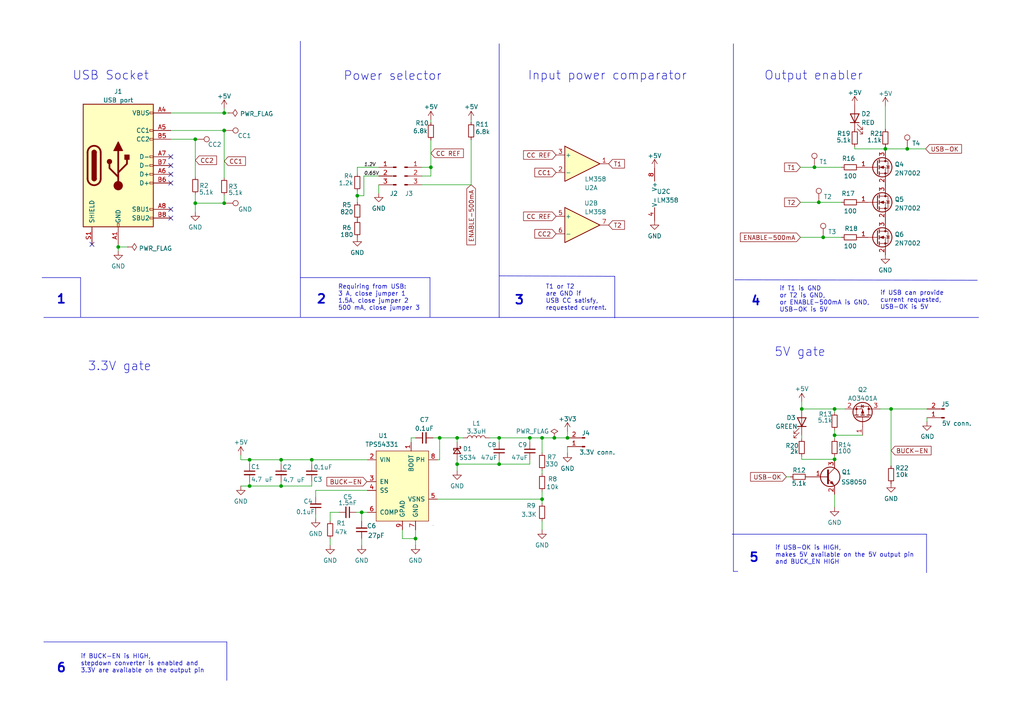
<source format=kicad_sch>
(kicad_sch (version 20230121) (generator eeschema)

  (uuid e3371ab2-538b-47ce-b6bf-16021f3d1cd9)

  (paper "A4")

  (lib_symbols
    (symbol "000_Libreria_personale:TPS54331" (pin_names (offset 1.016)) (in_bom yes) (on_board yes)
      (property "Reference" "U" (at -5.08 13.97 0)
        (effects (font (size 1.27 1.27)))
      )
      (property "Value" "TPS54331" (at -5.08 11.43 0)
        (effects (font (size 1.27 1.27)))
      )
      (property "Footprint" "Package_SO:TI_SO-PowerPAD-8_ThermalVias" (at 1.27 6.35 0)
        (effects (font (size 1.27 1.27)) hide)
      )
      (property "Datasheet" "" (at 1.27 6.35 0)
        (effects (font (size 1.27 1.27)) hide)
      )
      (property "ki_description" "Step Down DC-DC conv. - 3A - max 28 IN - adjust OUT" (at 0 0 0)
        (effects (font (size 1.27 1.27)) hide)
      )
      (symbol "TPS54331_0_1"
        (rectangle (start 7.62 10.16) (end -7.62 -10.16)
          (stroke (width 0) (type default))
          (fill (type background))
        )
        (rectangle (start 8.89 -11.43) (end 8.89 -11.43)
          (stroke (width 0) (type default))
          (fill (type none))
        )
      )
      (symbol "TPS54331_1_1"
        (pin output line (at 2.54 12.7 270) (length 2.54)
          (name "BOOT" (effects (font (size 1.27 1.27))))
          (number "1" (effects (font (size 1.27 1.27))))
        )
        (pin power_in line (at -10.16 7.62 0) (length 2.54)
          (name "VIN" (effects (font (size 1.27 1.27))))
          (number "2" (effects (font (size 1.27 1.27))))
        )
        (pin power_in line (at -10.16 1.27 0) (length 2.54)
          (name "EN" (effects (font (size 1.27 1.27))))
          (number "3" (effects (font (size 1.27 1.27))))
        )
        (pin input line (at -10.16 -1.27 0) (length 2.54)
          (name "SS" (effects (font (size 1.27 1.27))))
          (number "4" (effects (font (size 1.27 1.27))))
        )
        (pin input line (at 10.16 -3.81 180) (length 2.54)
          (name "VSNS" (effects (font (size 1.27 1.27))))
          (number "5" (effects (font (size 1.27 1.27))))
        )
        (pin input line (at -10.16 -7.62 0) (length 2.54)
          (name "COMP" (effects (font (size 1.27 1.27))))
          (number "6" (effects (font (size 1.27 1.27))))
        )
        (pin power_in line (at 3.81 -12.7 90) (length 2.54)
          (name "GND" (effects (font (size 1.27 1.27))))
          (number "7" (effects (font (size 1.27 1.27))))
        )
        (pin output line (at 10.16 7.62 180) (length 2.54)
          (name "PH" (effects (font (size 1.27 1.27))))
          (number "8" (effects (font (size 1.27 1.27))))
        )
        (pin power_in line (at 0 -12.7 90) (length 2.54)
          (name "GPAD" (effects (font (size 1.27 1.27))))
          (number "9" (effects (font (size 1.27 1.27))))
        )
      )
    )
    (symbol "Amplifier_Operational:LM358" (pin_names (offset 0.127)) (in_bom yes) (on_board yes)
      (property "Reference" "U" (at 0 5.08 0)
        (effects (font (size 1.27 1.27)) (justify left))
      )
      (property "Value" "LM358" (at 0 -5.08 0)
        (effects (font (size 1.27 1.27)) (justify left))
      )
      (property "Footprint" "" (at 0 0 0)
        (effects (font (size 1.27 1.27)) hide)
      )
      (property "Datasheet" "http://www.ti.com/lit/ds/symlink/lm2904-n.pdf" (at 0 0 0)
        (effects (font (size 1.27 1.27)) hide)
      )
      (property "ki_locked" "" (at 0 0 0)
        (effects (font (size 1.27 1.27)))
      )
      (property "ki_keywords" "dual opamp" (at 0 0 0)
        (effects (font (size 1.27 1.27)) hide)
      )
      (property "ki_description" "Low-Power, Dual Operational Amplifiers, DIP-8/SOIC-8/TO-99-8" (at 0 0 0)
        (effects (font (size 1.27 1.27)) hide)
      )
      (property "ki_fp_filters" "SOIC*3.9x4.9mm*P1.27mm* DIP*W7.62mm* TO*99* OnSemi*Micro8* TSSOP*3x3mm*P0.65mm* TSSOP*4.4x3mm*P0.65mm* MSOP*3x3mm*P0.65mm* SSOP*3.9x4.9mm*P0.635mm* LFCSP*2x2mm*P0.5mm* *SIP* SOIC*5.3x6.2mm*P1.27mm*" (at 0 0 0)
        (effects (font (size 1.27 1.27)) hide)
      )
      (symbol "LM358_1_1"
        (polyline
          (pts
            (xy -5.08 5.08)
            (xy 5.08 0)
            (xy -5.08 -5.08)
            (xy -5.08 5.08)
          )
          (stroke (width 0.254) (type default))
          (fill (type background))
        )
        (pin output line (at 7.62 0 180) (length 2.54)
          (name "~" (effects (font (size 1.27 1.27))))
          (number "1" (effects (font (size 1.27 1.27))))
        )
        (pin input line (at -7.62 -2.54 0) (length 2.54)
          (name "-" (effects (font (size 1.27 1.27))))
          (number "2" (effects (font (size 1.27 1.27))))
        )
        (pin input line (at -7.62 2.54 0) (length 2.54)
          (name "+" (effects (font (size 1.27 1.27))))
          (number "3" (effects (font (size 1.27 1.27))))
        )
      )
      (symbol "LM358_2_1"
        (polyline
          (pts
            (xy -5.08 5.08)
            (xy 5.08 0)
            (xy -5.08 -5.08)
            (xy -5.08 5.08)
          )
          (stroke (width 0.254) (type default))
          (fill (type background))
        )
        (pin input line (at -7.62 2.54 0) (length 2.54)
          (name "+" (effects (font (size 1.27 1.27))))
          (number "5" (effects (font (size 1.27 1.27))))
        )
        (pin input line (at -7.62 -2.54 0) (length 2.54)
          (name "-" (effects (font (size 1.27 1.27))))
          (number "6" (effects (font (size 1.27 1.27))))
        )
        (pin output line (at 7.62 0 180) (length 2.54)
          (name "~" (effects (font (size 1.27 1.27))))
          (number "7" (effects (font (size 1.27 1.27))))
        )
      )
      (symbol "LM358_3_1"
        (pin power_in line (at -2.54 -7.62 90) (length 3.81)
          (name "V-" (effects (font (size 1.27 1.27))))
          (number "4" (effects (font (size 1.27 1.27))))
        )
        (pin power_in line (at -2.54 7.62 270) (length 3.81)
          (name "V+" (effects (font (size 1.27 1.27))))
          (number "8" (effects (font (size 1.27 1.27))))
        )
      )
    )
    (symbol "Connector:Conn_01x02_Male" (pin_names (offset 1.016) hide) (in_bom yes) (on_board yes)
      (property "Reference" "J" (at 0 2.54 0)
        (effects (font (size 1.27 1.27)))
      )
      (property "Value" "Conn_01x02_Male" (at 0 -5.08 0)
        (effects (font (size 1.27 1.27)))
      )
      (property "Footprint" "" (at 0 0 0)
        (effects (font (size 1.27 1.27)) hide)
      )
      (property "Datasheet" "~" (at 0 0 0)
        (effects (font (size 1.27 1.27)) hide)
      )
      (property "ki_keywords" "connector" (at 0 0 0)
        (effects (font (size 1.27 1.27)) hide)
      )
      (property "ki_description" "Generic connector, single row, 01x02, script generated (kicad-library-utils/schlib/autogen/connector/)" (at 0 0 0)
        (effects (font (size 1.27 1.27)) hide)
      )
      (property "ki_fp_filters" "Connector*:*_1x??_*" (at 0 0 0)
        (effects (font (size 1.27 1.27)) hide)
      )
      (symbol "Conn_01x02_Male_1_1"
        (polyline
          (pts
            (xy 1.27 -2.54)
            (xy 0.8636 -2.54)
          )
          (stroke (width 0.1524) (type default))
          (fill (type none))
        )
        (polyline
          (pts
            (xy 1.27 0)
            (xy 0.8636 0)
          )
          (stroke (width 0.1524) (type default))
          (fill (type none))
        )
        (rectangle (start 0.8636 -2.413) (end 0 -2.667)
          (stroke (width 0.1524) (type default))
          (fill (type outline))
        )
        (rectangle (start 0.8636 0.127) (end 0 -0.127)
          (stroke (width 0.1524) (type default))
          (fill (type outline))
        )
        (pin passive line (at 5.08 0 180) (length 3.81)
          (name "Pin_1" (effects (font (size 1.27 1.27))))
          (number "1" (effects (font (size 1.27 1.27))))
        )
        (pin passive line (at 5.08 -2.54 180) (length 3.81)
          (name "Pin_2" (effects (font (size 1.27 1.27))))
          (number "2" (effects (font (size 1.27 1.27))))
        )
      )
    )
    (symbol "Connector:Conn_01x03_Male" (pin_names (offset 1.016) hide) (in_bom yes) (on_board yes)
      (property "Reference" "J" (at 0 5.08 0)
        (effects (font (size 1.27 1.27)))
      )
      (property "Value" "Conn_01x03_Male" (at 0 -5.08 0)
        (effects (font (size 1.27 1.27)))
      )
      (property "Footprint" "" (at 0 0 0)
        (effects (font (size 1.27 1.27)) hide)
      )
      (property "Datasheet" "~" (at 0 0 0)
        (effects (font (size 1.27 1.27)) hide)
      )
      (property "ki_keywords" "connector" (at 0 0 0)
        (effects (font (size 1.27 1.27)) hide)
      )
      (property "ki_description" "Generic connector, single row, 01x03, script generated (kicad-library-utils/schlib/autogen/connector/)" (at 0 0 0)
        (effects (font (size 1.27 1.27)) hide)
      )
      (property "ki_fp_filters" "Connector*:*_1x??_*" (at 0 0 0)
        (effects (font (size 1.27 1.27)) hide)
      )
      (symbol "Conn_01x03_Male_1_1"
        (polyline
          (pts
            (xy 1.27 -2.54)
            (xy 0.8636 -2.54)
          )
          (stroke (width 0.1524) (type default))
          (fill (type none))
        )
        (polyline
          (pts
            (xy 1.27 0)
            (xy 0.8636 0)
          )
          (stroke (width 0.1524) (type default))
          (fill (type none))
        )
        (polyline
          (pts
            (xy 1.27 2.54)
            (xy 0.8636 2.54)
          )
          (stroke (width 0.1524) (type default))
          (fill (type none))
        )
        (rectangle (start 0.8636 -2.413) (end 0 -2.667)
          (stroke (width 0.1524) (type default))
          (fill (type outline))
        )
        (rectangle (start 0.8636 0.127) (end 0 -0.127)
          (stroke (width 0.1524) (type default))
          (fill (type outline))
        )
        (rectangle (start 0.8636 2.667) (end 0 2.413)
          (stroke (width 0.1524) (type default))
          (fill (type outline))
        )
        (pin passive line (at 5.08 2.54 180) (length 3.81)
          (name "Pin_1" (effects (font (size 1.27 1.27))))
          (number "1" (effects (font (size 1.27 1.27))))
        )
        (pin passive line (at 5.08 0 180) (length 3.81)
          (name "Pin_2" (effects (font (size 1.27 1.27))))
          (number "2" (effects (font (size 1.27 1.27))))
        )
        (pin passive line (at 5.08 -2.54 180) (length 3.81)
          (name "Pin_3" (effects (font (size 1.27 1.27))))
          (number "3" (effects (font (size 1.27 1.27))))
        )
      )
    )
    (symbol "Connector:TestPoint" (pin_numbers hide) (pin_names (offset 0.762) hide) (in_bom yes) (on_board yes)
      (property "Reference" "TP" (at 0 6.858 0)
        (effects (font (size 1.27 1.27)))
      )
      (property "Value" "TestPoint" (at 0 5.08 0)
        (effects (font (size 1.27 1.27)))
      )
      (property "Footprint" "" (at 5.08 0 0)
        (effects (font (size 1.27 1.27)) hide)
      )
      (property "Datasheet" "~" (at 5.08 0 0)
        (effects (font (size 1.27 1.27)) hide)
      )
      (property "ki_keywords" "test point tp" (at 0 0 0)
        (effects (font (size 1.27 1.27)) hide)
      )
      (property "ki_description" "test point" (at 0 0 0)
        (effects (font (size 1.27 1.27)) hide)
      )
      (property "ki_fp_filters" "Pin* Test*" (at 0 0 0)
        (effects (font (size 1.27 1.27)) hide)
      )
      (symbol "TestPoint_0_1"
        (circle (center 0 3.302) (radius 0.762)
          (stroke (width 0) (type default))
          (fill (type none))
        )
      )
      (symbol "TestPoint_1_1"
        (pin passive line (at 0 0 90) (length 2.54)
          (name "1" (effects (font (size 1.27 1.27))))
          (number "1" (effects (font (size 1.27 1.27))))
        )
      )
    )
    (symbol "Connector:USB_C_Receptacle_USB2.0" (pin_names (offset 1.016)) (in_bom yes) (on_board yes)
      (property "Reference" "J" (at -10.16 19.05 0)
        (effects (font (size 1.27 1.27)) (justify left))
      )
      (property "Value" "USB_C_Receptacle_USB2.0" (at 19.05 19.05 0)
        (effects (font (size 1.27 1.27)) (justify right))
      )
      (property "Footprint" "" (at 3.81 0 0)
        (effects (font (size 1.27 1.27)) hide)
      )
      (property "Datasheet" "https://www.usb.org/sites/default/files/documents/usb_type-c.zip" (at 3.81 0 0)
        (effects (font (size 1.27 1.27)) hide)
      )
      (property "ki_keywords" "usb universal serial bus type-C USB2.0" (at 0 0 0)
        (effects (font (size 1.27 1.27)) hide)
      )
      (property "ki_description" "USB 2.0-only Type-C Receptacle connector" (at 0 0 0)
        (effects (font (size 1.27 1.27)) hide)
      )
      (property "ki_fp_filters" "USB*C*Receptacle*" (at 0 0 0)
        (effects (font (size 1.27 1.27)) hide)
      )
      (symbol "USB_C_Receptacle_USB2.0_0_0"
        (rectangle (start -0.254 -17.78) (end 0.254 -16.764)
          (stroke (width 0) (type default))
          (fill (type none))
        )
        (rectangle (start 10.16 -14.986) (end 9.144 -15.494)
          (stroke (width 0) (type default))
          (fill (type none))
        )
        (rectangle (start 10.16 -12.446) (end 9.144 -12.954)
          (stroke (width 0) (type default))
          (fill (type none))
        )
        (rectangle (start 10.16 -4.826) (end 9.144 -5.334)
          (stroke (width 0) (type default))
          (fill (type none))
        )
        (rectangle (start 10.16 -2.286) (end 9.144 -2.794)
          (stroke (width 0) (type default))
          (fill (type none))
        )
        (rectangle (start 10.16 0.254) (end 9.144 -0.254)
          (stroke (width 0) (type default))
          (fill (type none))
        )
        (rectangle (start 10.16 2.794) (end 9.144 2.286)
          (stroke (width 0) (type default))
          (fill (type none))
        )
        (rectangle (start 10.16 7.874) (end 9.144 7.366)
          (stroke (width 0) (type default))
          (fill (type none))
        )
        (rectangle (start 10.16 10.414) (end 9.144 9.906)
          (stroke (width 0) (type default))
          (fill (type none))
        )
        (rectangle (start 10.16 15.494) (end 9.144 14.986)
          (stroke (width 0) (type default))
          (fill (type none))
        )
      )
      (symbol "USB_C_Receptacle_USB2.0_0_1"
        (rectangle (start -10.16 17.78) (end 10.16 -17.78)
          (stroke (width 0.254) (type default))
          (fill (type background))
        )
        (arc (start -8.89 -3.81) (mid -6.985 -5.7067) (end -5.08 -3.81)
          (stroke (width 0.508) (type default))
          (fill (type none))
        )
        (arc (start -7.62 -3.81) (mid -6.985 -4.4423) (end -6.35 -3.81)
          (stroke (width 0.254) (type default))
          (fill (type none))
        )
        (arc (start -7.62 -3.81) (mid -6.985 -4.4423) (end -6.35 -3.81)
          (stroke (width 0.254) (type default))
          (fill (type outline))
        )
        (rectangle (start -7.62 -3.81) (end -6.35 3.81)
          (stroke (width 0.254) (type default))
          (fill (type outline))
        )
        (arc (start -6.35 3.81) (mid -6.985 4.4423) (end -7.62 3.81)
          (stroke (width 0.254) (type default))
          (fill (type none))
        )
        (arc (start -6.35 3.81) (mid -6.985 4.4423) (end -7.62 3.81)
          (stroke (width 0.254) (type default))
          (fill (type outline))
        )
        (arc (start -5.08 3.81) (mid -6.985 5.7067) (end -8.89 3.81)
          (stroke (width 0.508) (type default))
          (fill (type none))
        )
        (circle (center -2.54 1.143) (radius 0.635)
          (stroke (width 0.254) (type default))
          (fill (type outline))
        )
        (circle (center 0 -5.842) (radius 1.27)
          (stroke (width 0) (type default))
          (fill (type outline))
        )
        (polyline
          (pts
            (xy -8.89 -3.81)
            (xy -8.89 3.81)
          )
          (stroke (width 0.508) (type default))
          (fill (type none))
        )
        (polyline
          (pts
            (xy -5.08 3.81)
            (xy -5.08 -3.81)
          )
          (stroke (width 0.508) (type default))
          (fill (type none))
        )
        (polyline
          (pts
            (xy 0 -5.842)
            (xy 0 4.318)
          )
          (stroke (width 0.508) (type default))
          (fill (type none))
        )
        (polyline
          (pts
            (xy 0 -3.302)
            (xy -2.54 -0.762)
            (xy -2.54 0.508)
          )
          (stroke (width 0.508) (type default))
          (fill (type none))
        )
        (polyline
          (pts
            (xy 0 -2.032)
            (xy 2.54 0.508)
            (xy 2.54 1.778)
          )
          (stroke (width 0.508) (type default))
          (fill (type none))
        )
        (polyline
          (pts
            (xy -1.27 4.318)
            (xy 0 6.858)
            (xy 1.27 4.318)
            (xy -1.27 4.318)
          )
          (stroke (width 0.254) (type default))
          (fill (type outline))
        )
        (rectangle (start 1.905 1.778) (end 3.175 3.048)
          (stroke (width 0.254) (type default))
          (fill (type outline))
        )
      )
      (symbol "USB_C_Receptacle_USB2.0_1_1"
        (pin passive line (at 0 -22.86 90) (length 5.08)
          (name "GND" (effects (font (size 1.27 1.27))))
          (number "A1" (effects (font (size 1.27 1.27))))
        )
        (pin passive line (at 0 -22.86 90) (length 5.08) hide
          (name "GND" (effects (font (size 1.27 1.27))))
          (number "A12" (effects (font (size 1.27 1.27))))
        )
        (pin passive line (at 15.24 15.24 180) (length 5.08)
          (name "VBUS" (effects (font (size 1.27 1.27))))
          (number "A4" (effects (font (size 1.27 1.27))))
        )
        (pin bidirectional line (at 15.24 10.16 180) (length 5.08)
          (name "CC1" (effects (font (size 1.27 1.27))))
          (number "A5" (effects (font (size 1.27 1.27))))
        )
        (pin bidirectional line (at 15.24 -2.54 180) (length 5.08)
          (name "D+" (effects (font (size 1.27 1.27))))
          (number "A6" (effects (font (size 1.27 1.27))))
        )
        (pin bidirectional line (at 15.24 2.54 180) (length 5.08)
          (name "D-" (effects (font (size 1.27 1.27))))
          (number "A7" (effects (font (size 1.27 1.27))))
        )
        (pin bidirectional line (at 15.24 -12.7 180) (length 5.08)
          (name "SBU1" (effects (font (size 1.27 1.27))))
          (number "A8" (effects (font (size 1.27 1.27))))
        )
        (pin passive line (at 15.24 15.24 180) (length 5.08) hide
          (name "VBUS" (effects (font (size 1.27 1.27))))
          (number "A9" (effects (font (size 1.27 1.27))))
        )
        (pin passive line (at 0 -22.86 90) (length 5.08) hide
          (name "GND" (effects (font (size 1.27 1.27))))
          (number "B1" (effects (font (size 1.27 1.27))))
        )
        (pin passive line (at 0 -22.86 90) (length 5.08) hide
          (name "GND" (effects (font (size 1.27 1.27))))
          (number "B12" (effects (font (size 1.27 1.27))))
        )
        (pin passive line (at 15.24 15.24 180) (length 5.08) hide
          (name "VBUS" (effects (font (size 1.27 1.27))))
          (number "B4" (effects (font (size 1.27 1.27))))
        )
        (pin bidirectional line (at 15.24 7.62 180) (length 5.08)
          (name "CC2" (effects (font (size 1.27 1.27))))
          (number "B5" (effects (font (size 1.27 1.27))))
        )
        (pin bidirectional line (at 15.24 -5.08 180) (length 5.08)
          (name "D+" (effects (font (size 1.27 1.27))))
          (number "B6" (effects (font (size 1.27 1.27))))
        )
        (pin bidirectional line (at 15.24 0 180) (length 5.08)
          (name "D-" (effects (font (size 1.27 1.27))))
          (number "B7" (effects (font (size 1.27 1.27))))
        )
        (pin bidirectional line (at 15.24 -15.24 180) (length 5.08)
          (name "SBU2" (effects (font (size 1.27 1.27))))
          (number "B8" (effects (font (size 1.27 1.27))))
        )
        (pin passive line (at 15.24 15.24 180) (length 5.08) hide
          (name "VBUS" (effects (font (size 1.27 1.27))))
          (number "B9" (effects (font (size 1.27 1.27))))
        )
        (pin passive line (at -7.62 -22.86 90) (length 5.08)
          (name "SHIELD" (effects (font (size 1.27 1.27))))
          (number "S1" (effects (font (size 1.27 1.27))))
        )
      )
    )
    (symbol "Device:C_Small" (pin_numbers hide) (pin_names (offset 0.254) hide) (in_bom yes) (on_board yes)
      (property "Reference" "C" (at 0.254 1.778 0)
        (effects (font (size 1.27 1.27)) (justify left))
      )
      (property "Value" "C_Small" (at 0.254 -2.032 0)
        (effects (font (size 1.27 1.27)) (justify left))
      )
      (property "Footprint" "" (at 0 0 0)
        (effects (font (size 1.27 1.27)) hide)
      )
      (property "Datasheet" "~" (at 0 0 0)
        (effects (font (size 1.27 1.27)) hide)
      )
      (property "ki_keywords" "capacitor cap" (at 0 0 0)
        (effects (font (size 1.27 1.27)) hide)
      )
      (property "ki_description" "Unpolarized capacitor, small symbol" (at 0 0 0)
        (effects (font (size 1.27 1.27)) hide)
      )
      (property "ki_fp_filters" "C_*" (at 0 0 0)
        (effects (font (size 1.27 1.27)) hide)
      )
      (symbol "C_Small_0_1"
        (polyline
          (pts
            (xy -1.524 -0.508)
            (xy 1.524 -0.508)
          )
          (stroke (width 0.3302) (type default))
          (fill (type none))
        )
        (polyline
          (pts
            (xy -1.524 0.508)
            (xy 1.524 0.508)
          )
          (stroke (width 0.3048) (type default))
          (fill (type none))
        )
      )
      (symbol "C_Small_1_1"
        (pin passive line (at 0 2.54 270) (length 2.032)
          (name "~" (effects (font (size 1.27 1.27))))
          (number "1" (effects (font (size 1.27 1.27))))
        )
        (pin passive line (at 0 -2.54 90) (length 2.032)
          (name "~" (effects (font (size 1.27 1.27))))
          (number "2" (effects (font (size 1.27 1.27))))
        )
      )
    )
    (symbol "Device:D_Schottky_Small" (pin_numbers hide) (pin_names (offset 0.254) hide) (in_bom yes) (on_board yes)
      (property "Reference" "D" (at -1.27 2.032 0)
        (effects (font (size 1.27 1.27)) (justify left))
      )
      (property "Value" "D_Schottky_Small" (at -7.112 -2.032 0)
        (effects (font (size 1.27 1.27)) (justify left))
      )
      (property "Footprint" "" (at 0 0 90)
        (effects (font (size 1.27 1.27)) hide)
      )
      (property "Datasheet" "~" (at 0 0 90)
        (effects (font (size 1.27 1.27)) hide)
      )
      (property "ki_keywords" "diode Schottky" (at 0 0 0)
        (effects (font (size 1.27 1.27)) hide)
      )
      (property "ki_description" "Schottky diode, small symbol" (at 0 0 0)
        (effects (font (size 1.27 1.27)) hide)
      )
      (property "ki_fp_filters" "TO-???* *_Diode_* *SingleDiode* D_*" (at 0 0 0)
        (effects (font (size 1.27 1.27)) hide)
      )
      (symbol "D_Schottky_Small_0_1"
        (polyline
          (pts
            (xy -0.762 0)
            (xy 0.762 0)
          )
          (stroke (width 0) (type default))
          (fill (type none))
        )
        (polyline
          (pts
            (xy 0.762 -1.016)
            (xy -0.762 0)
            (xy 0.762 1.016)
            (xy 0.762 -1.016)
          )
          (stroke (width 0.254) (type default))
          (fill (type none))
        )
        (polyline
          (pts
            (xy -1.27 0.762)
            (xy -1.27 1.016)
            (xy -0.762 1.016)
            (xy -0.762 -1.016)
            (xy -0.254 -1.016)
            (xy -0.254 -0.762)
          )
          (stroke (width 0.254) (type default))
          (fill (type none))
        )
      )
      (symbol "D_Schottky_Small_1_1"
        (pin passive line (at -2.54 0 0) (length 1.778)
          (name "K" (effects (font (size 1.27 1.27))))
          (number "1" (effects (font (size 1.27 1.27))))
        )
        (pin passive line (at 2.54 0 180) (length 1.778)
          (name "A" (effects (font (size 1.27 1.27))))
          (number "2" (effects (font (size 1.27 1.27))))
        )
      )
    )
    (symbol "Device:L" (pin_numbers hide) (pin_names (offset 1.016) hide) (in_bom yes) (on_board yes)
      (property "Reference" "L" (at -1.27 0 90)
        (effects (font (size 1.27 1.27)))
      )
      (property "Value" "L" (at 1.905 0 90)
        (effects (font (size 1.27 1.27)))
      )
      (property "Footprint" "" (at 0 0 0)
        (effects (font (size 1.27 1.27)) hide)
      )
      (property "Datasheet" "~" (at 0 0 0)
        (effects (font (size 1.27 1.27)) hide)
      )
      (property "ki_keywords" "inductor choke coil reactor magnetic" (at 0 0 0)
        (effects (font (size 1.27 1.27)) hide)
      )
      (property "ki_description" "Inductor" (at 0 0 0)
        (effects (font (size 1.27 1.27)) hide)
      )
      (property "ki_fp_filters" "Choke_* *Coil* Inductor_* L_*" (at 0 0 0)
        (effects (font (size 1.27 1.27)) hide)
      )
      (symbol "L_0_1"
        (arc (start 0 -2.54) (mid 0.6323 -1.905) (end 0 -1.27)
          (stroke (width 0) (type default))
          (fill (type none))
        )
        (arc (start 0 -1.27) (mid 0.6323 -0.635) (end 0 0)
          (stroke (width 0) (type default))
          (fill (type none))
        )
        (arc (start 0 0) (mid 0.6323 0.635) (end 0 1.27)
          (stroke (width 0) (type default))
          (fill (type none))
        )
        (arc (start 0 1.27) (mid 0.6323 1.905) (end 0 2.54)
          (stroke (width 0) (type default))
          (fill (type none))
        )
      )
      (symbol "L_1_1"
        (pin passive line (at 0 3.81 270) (length 1.27)
          (name "1" (effects (font (size 1.27 1.27))))
          (number "1" (effects (font (size 1.27 1.27))))
        )
        (pin passive line (at 0 -3.81 90) (length 1.27)
          (name "2" (effects (font (size 1.27 1.27))))
          (number "2" (effects (font (size 1.27 1.27))))
        )
      )
    )
    (symbol "Device:LED" (pin_numbers hide) (pin_names (offset 1.016) hide) (in_bom yes) (on_board yes)
      (property "Reference" "D" (at 0 2.54 0)
        (effects (font (size 1.27 1.27)))
      )
      (property "Value" "LED" (at 0 -2.54 0)
        (effects (font (size 1.27 1.27)))
      )
      (property "Footprint" "" (at 0 0 0)
        (effects (font (size 1.27 1.27)) hide)
      )
      (property "Datasheet" "~" (at 0 0 0)
        (effects (font (size 1.27 1.27)) hide)
      )
      (property "ki_keywords" "LED diode" (at 0 0 0)
        (effects (font (size 1.27 1.27)) hide)
      )
      (property "ki_description" "Light emitting diode" (at 0 0 0)
        (effects (font (size 1.27 1.27)) hide)
      )
      (property "ki_fp_filters" "LED* LED_SMD:* LED_THT:*" (at 0 0 0)
        (effects (font (size 1.27 1.27)) hide)
      )
      (symbol "LED_0_1"
        (polyline
          (pts
            (xy -1.27 -1.27)
            (xy -1.27 1.27)
          )
          (stroke (width 0.254) (type default))
          (fill (type none))
        )
        (polyline
          (pts
            (xy -1.27 0)
            (xy 1.27 0)
          )
          (stroke (width 0) (type default))
          (fill (type none))
        )
        (polyline
          (pts
            (xy 1.27 -1.27)
            (xy 1.27 1.27)
            (xy -1.27 0)
            (xy 1.27 -1.27)
          )
          (stroke (width 0.254) (type default))
          (fill (type none))
        )
        (polyline
          (pts
            (xy -3.048 -0.762)
            (xy -4.572 -2.286)
            (xy -3.81 -2.286)
            (xy -4.572 -2.286)
            (xy -4.572 -1.524)
          )
          (stroke (width 0) (type default))
          (fill (type none))
        )
        (polyline
          (pts
            (xy -1.778 -0.762)
            (xy -3.302 -2.286)
            (xy -2.54 -2.286)
            (xy -3.302 -2.286)
            (xy -3.302 -1.524)
          )
          (stroke (width 0) (type default))
          (fill (type none))
        )
      )
      (symbol "LED_1_1"
        (pin passive line (at -3.81 0 0) (length 2.54)
          (name "K" (effects (font (size 1.27 1.27))))
          (number "1" (effects (font (size 1.27 1.27))))
        )
        (pin passive line (at 3.81 0 180) (length 2.54)
          (name "A" (effects (font (size 1.27 1.27))))
          (number "2" (effects (font (size 1.27 1.27))))
        )
      )
    )
    (symbol "Device:Q_NPN_BEC" (pin_names (offset 0) hide) (in_bom yes) (on_board yes)
      (property "Reference" "Q" (at 5.08 1.27 0)
        (effects (font (size 1.27 1.27)) (justify left))
      )
      (property "Value" "Q_NPN_BEC" (at 5.08 -1.27 0)
        (effects (font (size 1.27 1.27)) (justify left))
      )
      (property "Footprint" "" (at 5.08 2.54 0)
        (effects (font (size 1.27 1.27)) hide)
      )
      (property "Datasheet" "~" (at 0 0 0)
        (effects (font (size 1.27 1.27)) hide)
      )
      (property "ki_keywords" "transistor NPN" (at 0 0 0)
        (effects (font (size 1.27 1.27)) hide)
      )
      (property "ki_description" "NPN transistor, base/emitter/collector" (at 0 0 0)
        (effects (font (size 1.27 1.27)) hide)
      )
      (symbol "Q_NPN_BEC_0_1"
        (polyline
          (pts
            (xy 0.635 0.635)
            (xy 2.54 2.54)
          )
          (stroke (width 0) (type default))
          (fill (type none))
        )
        (polyline
          (pts
            (xy 0.635 -0.635)
            (xy 2.54 -2.54)
            (xy 2.54 -2.54)
          )
          (stroke (width 0) (type default))
          (fill (type none))
        )
        (polyline
          (pts
            (xy 0.635 1.905)
            (xy 0.635 -1.905)
            (xy 0.635 -1.905)
          )
          (stroke (width 0.508) (type default))
          (fill (type none))
        )
        (polyline
          (pts
            (xy 1.27 -1.778)
            (xy 1.778 -1.27)
            (xy 2.286 -2.286)
            (xy 1.27 -1.778)
            (xy 1.27 -1.778)
          )
          (stroke (width 0) (type default))
          (fill (type outline))
        )
        (circle (center 1.27 0) (radius 2.8194)
          (stroke (width 0.254) (type default))
          (fill (type none))
        )
      )
      (symbol "Q_NPN_BEC_1_1"
        (pin input line (at -5.08 0 0) (length 5.715)
          (name "B" (effects (font (size 1.27 1.27))))
          (number "1" (effects (font (size 1.27 1.27))))
        )
        (pin passive line (at 2.54 -5.08 90) (length 2.54)
          (name "E" (effects (font (size 1.27 1.27))))
          (number "2" (effects (font (size 1.27 1.27))))
        )
        (pin passive line (at 2.54 5.08 270) (length 2.54)
          (name "C" (effects (font (size 1.27 1.27))))
          (number "3" (effects (font (size 1.27 1.27))))
        )
      )
    )
    (symbol "Device:R_Small" (pin_numbers hide) (pin_names (offset 0.254) hide) (in_bom yes) (on_board yes)
      (property "Reference" "R" (at 0.762 0.508 0)
        (effects (font (size 1.27 1.27)) (justify left))
      )
      (property "Value" "R_Small" (at 0.762 -1.016 0)
        (effects (font (size 1.27 1.27)) (justify left))
      )
      (property "Footprint" "" (at 0 0 0)
        (effects (font (size 1.27 1.27)) hide)
      )
      (property "Datasheet" "~" (at 0 0 0)
        (effects (font (size 1.27 1.27)) hide)
      )
      (property "ki_keywords" "R resistor" (at 0 0 0)
        (effects (font (size 1.27 1.27)) hide)
      )
      (property "ki_description" "Resistor, small symbol" (at 0 0 0)
        (effects (font (size 1.27 1.27)) hide)
      )
      (property "ki_fp_filters" "R_*" (at 0 0 0)
        (effects (font (size 1.27 1.27)) hide)
      )
      (symbol "R_Small_0_1"
        (rectangle (start -0.762 1.778) (end 0.762 -1.778)
          (stroke (width 0.2032) (type default))
          (fill (type none))
        )
      )
      (symbol "R_Small_1_1"
        (pin passive line (at 0 2.54 270) (length 0.762)
          (name "~" (effects (font (size 1.27 1.27))))
          (number "1" (effects (font (size 1.27 1.27))))
        )
        (pin passive line (at 0 -2.54 90) (length 0.762)
          (name "~" (effects (font (size 1.27 1.27))))
          (number "2" (effects (font (size 1.27 1.27))))
        )
      )
    )
    (symbol "Transistor_FET:AO3400A" (pin_names hide) (in_bom yes) (on_board yes)
      (property "Reference" "Q" (at 5.08 1.905 0)
        (effects (font (size 1.27 1.27)) (justify left))
      )
      (property "Value" "AO3400A" (at 5.08 0 0)
        (effects (font (size 1.27 1.27)) (justify left))
      )
      (property "Footprint" "Package_TO_SOT_SMD:SOT-23" (at 5.08 -1.905 0)
        (effects (font (size 1.27 1.27) italic) (justify left) hide)
      )
      (property "Datasheet" "http://www.aosmd.com/pdfs/datasheet/AO3400A.pdf" (at 0 0 0)
        (effects (font (size 1.27 1.27)) (justify left) hide)
      )
      (property "ki_keywords" "N-Channel MOSFET" (at 0 0 0)
        (effects (font (size 1.27 1.27)) hide)
      )
      (property "ki_description" "30V Vds, 5.7A Id, N-Channel MOSFET, SOT-23" (at 0 0 0)
        (effects (font (size 1.27 1.27)) hide)
      )
      (property "ki_fp_filters" "SOT?23*" (at 0 0 0)
        (effects (font (size 1.27 1.27)) hide)
      )
      (symbol "AO3400A_0_1"
        (polyline
          (pts
            (xy 0.254 0)
            (xy -2.54 0)
          )
          (stroke (width 0) (type default))
          (fill (type none))
        )
        (polyline
          (pts
            (xy 0.254 1.905)
            (xy 0.254 -1.905)
          )
          (stroke (width 0.254) (type default))
          (fill (type none))
        )
        (polyline
          (pts
            (xy 0.762 -1.27)
            (xy 0.762 -2.286)
          )
          (stroke (width 0.254) (type default))
          (fill (type none))
        )
        (polyline
          (pts
            (xy 0.762 0.508)
            (xy 0.762 -0.508)
          )
          (stroke (width 0.254) (type default))
          (fill (type none))
        )
        (polyline
          (pts
            (xy 0.762 2.286)
            (xy 0.762 1.27)
          )
          (stroke (width 0.254) (type default))
          (fill (type none))
        )
        (polyline
          (pts
            (xy 2.54 2.54)
            (xy 2.54 1.778)
          )
          (stroke (width 0) (type default))
          (fill (type none))
        )
        (polyline
          (pts
            (xy 2.54 -2.54)
            (xy 2.54 0)
            (xy 0.762 0)
          )
          (stroke (width 0) (type default))
          (fill (type none))
        )
        (polyline
          (pts
            (xy 0.762 -1.778)
            (xy 3.302 -1.778)
            (xy 3.302 1.778)
            (xy 0.762 1.778)
          )
          (stroke (width 0) (type default))
          (fill (type none))
        )
        (polyline
          (pts
            (xy 1.016 0)
            (xy 2.032 0.381)
            (xy 2.032 -0.381)
            (xy 1.016 0)
          )
          (stroke (width 0) (type default))
          (fill (type outline))
        )
        (polyline
          (pts
            (xy 2.794 0.508)
            (xy 2.921 0.381)
            (xy 3.683 0.381)
            (xy 3.81 0.254)
          )
          (stroke (width 0) (type default))
          (fill (type none))
        )
        (polyline
          (pts
            (xy 3.302 0.381)
            (xy 2.921 -0.254)
            (xy 3.683 -0.254)
            (xy 3.302 0.381)
          )
          (stroke (width 0) (type default))
          (fill (type none))
        )
        (circle (center 1.651 0) (radius 2.794)
          (stroke (width 0.254) (type default))
          (fill (type none))
        )
        (circle (center 2.54 -1.778) (radius 0.254)
          (stroke (width 0) (type default))
          (fill (type outline))
        )
        (circle (center 2.54 1.778) (radius 0.254)
          (stroke (width 0) (type default))
          (fill (type outline))
        )
      )
      (symbol "AO3400A_1_1"
        (pin input line (at -5.08 0 0) (length 2.54)
          (name "G" (effects (font (size 1.27 1.27))))
          (number "1" (effects (font (size 1.27 1.27))))
        )
        (pin passive line (at 2.54 -5.08 90) (length 2.54)
          (name "S" (effects (font (size 1.27 1.27))))
          (number "2" (effects (font (size 1.27 1.27))))
        )
        (pin passive line (at 2.54 5.08 270) (length 2.54)
          (name "D" (effects (font (size 1.27 1.27))))
          (number "3" (effects (font (size 1.27 1.27))))
        )
      )
    )
    (symbol "Transistor_FET:AO3401A" (pin_names hide) (in_bom yes) (on_board yes)
      (property "Reference" "Q" (at 5.08 1.905 0)
        (effects (font (size 1.27 1.27)) (justify left))
      )
      (property "Value" "AO3401A" (at 5.08 0 0)
        (effects (font (size 1.27 1.27)) (justify left))
      )
      (property "Footprint" "Package_TO_SOT_SMD:SOT-23" (at 5.08 -1.905 0)
        (effects (font (size 1.27 1.27) italic) (justify left) hide)
      )
      (property "Datasheet" "http://www.aosmd.com/pdfs/datasheet/AO3401A.pdf" (at 0 0 0)
        (effects (font (size 1.27 1.27)) (justify left) hide)
      )
      (property "ki_keywords" "P-Channel MOSFET" (at 0 0 0)
        (effects (font (size 1.27 1.27)) hide)
      )
      (property "ki_description" "-4.0A Id, -30V Vds, P-Channel MOSFET, SOT-23" (at 0 0 0)
        (effects (font (size 1.27 1.27)) hide)
      )
      (property "ki_fp_filters" "SOT?23*" (at 0 0 0)
        (effects (font (size 1.27 1.27)) hide)
      )
      (symbol "AO3401A_0_1"
        (polyline
          (pts
            (xy 0.254 0)
            (xy -2.54 0)
          )
          (stroke (width 0) (type default))
          (fill (type none))
        )
        (polyline
          (pts
            (xy 0.254 1.905)
            (xy 0.254 -1.905)
          )
          (stroke (width 0.254) (type default))
          (fill (type none))
        )
        (polyline
          (pts
            (xy 0.762 -1.27)
            (xy 0.762 -2.286)
          )
          (stroke (width 0.254) (type default))
          (fill (type none))
        )
        (polyline
          (pts
            (xy 0.762 0.508)
            (xy 0.762 -0.508)
          )
          (stroke (width 0.254) (type default))
          (fill (type none))
        )
        (polyline
          (pts
            (xy 0.762 2.286)
            (xy 0.762 1.27)
          )
          (stroke (width 0.254) (type default))
          (fill (type none))
        )
        (polyline
          (pts
            (xy 2.54 2.54)
            (xy 2.54 1.778)
          )
          (stroke (width 0) (type default))
          (fill (type none))
        )
        (polyline
          (pts
            (xy 2.54 -2.54)
            (xy 2.54 0)
            (xy 0.762 0)
          )
          (stroke (width 0) (type default))
          (fill (type none))
        )
        (polyline
          (pts
            (xy 0.762 1.778)
            (xy 3.302 1.778)
            (xy 3.302 -1.778)
            (xy 0.762 -1.778)
          )
          (stroke (width 0) (type default))
          (fill (type none))
        )
        (polyline
          (pts
            (xy 2.286 0)
            (xy 1.27 0.381)
            (xy 1.27 -0.381)
            (xy 2.286 0)
          )
          (stroke (width 0) (type default))
          (fill (type outline))
        )
        (polyline
          (pts
            (xy 2.794 -0.508)
            (xy 2.921 -0.381)
            (xy 3.683 -0.381)
            (xy 3.81 -0.254)
          )
          (stroke (width 0) (type default))
          (fill (type none))
        )
        (polyline
          (pts
            (xy 3.302 -0.381)
            (xy 2.921 0.254)
            (xy 3.683 0.254)
            (xy 3.302 -0.381)
          )
          (stroke (width 0) (type default))
          (fill (type none))
        )
        (circle (center 1.651 0) (radius 2.794)
          (stroke (width 0.254) (type default))
          (fill (type none))
        )
        (circle (center 2.54 -1.778) (radius 0.254)
          (stroke (width 0) (type default))
          (fill (type outline))
        )
        (circle (center 2.54 1.778) (radius 0.254)
          (stroke (width 0) (type default))
          (fill (type outline))
        )
      )
      (symbol "AO3401A_1_1"
        (pin input line (at -5.08 0 0) (length 2.54)
          (name "G" (effects (font (size 1.27 1.27))))
          (number "1" (effects (font (size 1.27 1.27))))
        )
        (pin passive line (at 2.54 -5.08 90) (length 2.54)
          (name "S" (effects (font (size 1.27 1.27))))
          (number "2" (effects (font (size 1.27 1.27))))
        )
        (pin passive line (at 2.54 5.08 270) (length 2.54)
          (name "D" (effects (font (size 1.27 1.27))))
          (number "3" (effects (font (size 1.27 1.27))))
        )
      )
    )
    (symbol "power:+3V3" (power) (pin_names (offset 0)) (in_bom yes) (on_board yes)
      (property "Reference" "#PWR" (at 0 -3.81 0)
        (effects (font (size 1.27 1.27)) hide)
      )
      (property "Value" "+3V3" (at 0 3.556 0)
        (effects (font (size 1.27 1.27)))
      )
      (property "Footprint" "" (at 0 0 0)
        (effects (font (size 1.27 1.27)) hide)
      )
      (property "Datasheet" "" (at 0 0 0)
        (effects (font (size 1.27 1.27)) hide)
      )
      (property "ki_keywords" "power-flag" (at 0 0 0)
        (effects (font (size 1.27 1.27)) hide)
      )
      (property "ki_description" "Power symbol creates a global label with name \"+3V3\"" (at 0 0 0)
        (effects (font (size 1.27 1.27)) hide)
      )
      (symbol "+3V3_0_1"
        (polyline
          (pts
            (xy -0.762 1.27)
            (xy 0 2.54)
          )
          (stroke (width 0) (type default))
          (fill (type none))
        )
        (polyline
          (pts
            (xy 0 0)
            (xy 0 2.54)
          )
          (stroke (width 0) (type default))
          (fill (type none))
        )
        (polyline
          (pts
            (xy 0 2.54)
            (xy 0.762 1.27)
          )
          (stroke (width 0) (type default))
          (fill (type none))
        )
      )
      (symbol "+3V3_1_1"
        (pin power_in line (at 0 0 90) (length 0) hide
          (name "+3V3" (effects (font (size 1.27 1.27))))
          (number "1" (effects (font (size 1.27 1.27))))
        )
      )
    )
    (symbol "power:+5V" (power) (pin_names (offset 0)) (in_bom yes) (on_board yes)
      (property "Reference" "#PWR" (at 0 -3.81 0)
        (effects (font (size 1.27 1.27)) hide)
      )
      (property "Value" "+5V" (at 0 3.556 0)
        (effects (font (size 1.27 1.27)))
      )
      (property "Footprint" "" (at 0 0 0)
        (effects (font (size 1.27 1.27)) hide)
      )
      (property "Datasheet" "" (at 0 0 0)
        (effects (font (size 1.27 1.27)) hide)
      )
      (property "ki_keywords" "power-flag" (at 0 0 0)
        (effects (font (size 1.27 1.27)) hide)
      )
      (property "ki_description" "Power symbol creates a global label with name \"+5V\"" (at 0 0 0)
        (effects (font (size 1.27 1.27)) hide)
      )
      (symbol "+5V_0_1"
        (polyline
          (pts
            (xy -0.762 1.27)
            (xy 0 2.54)
          )
          (stroke (width 0) (type default))
          (fill (type none))
        )
        (polyline
          (pts
            (xy 0 0)
            (xy 0 2.54)
          )
          (stroke (width 0) (type default))
          (fill (type none))
        )
        (polyline
          (pts
            (xy 0 2.54)
            (xy 0.762 1.27)
          )
          (stroke (width 0) (type default))
          (fill (type none))
        )
      )
      (symbol "+5V_1_1"
        (pin power_in line (at 0 0 90) (length 0) hide
          (name "+5V" (effects (font (size 1.27 1.27))))
          (number "1" (effects (font (size 1.27 1.27))))
        )
      )
    )
    (symbol "power:GND" (power) (pin_names (offset 0)) (in_bom yes) (on_board yes)
      (property "Reference" "#PWR" (at 0 -6.35 0)
        (effects (font (size 1.27 1.27)) hide)
      )
      (property "Value" "GND" (at 0 -3.81 0)
        (effects (font (size 1.27 1.27)))
      )
      (property "Footprint" "" (at 0 0 0)
        (effects (font (size 1.27 1.27)) hide)
      )
      (property "Datasheet" "" (at 0 0 0)
        (effects (font (size 1.27 1.27)) hide)
      )
      (property "ki_keywords" "power-flag" (at 0 0 0)
        (effects (font (size 1.27 1.27)) hide)
      )
      (property "ki_description" "Power symbol creates a global label with name \"GND\" , ground" (at 0 0 0)
        (effects (font (size 1.27 1.27)) hide)
      )
      (symbol "GND_0_1"
        (polyline
          (pts
            (xy 0 0)
            (xy 0 -1.27)
            (xy 1.27 -1.27)
            (xy 0 -2.54)
            (xy -1.27 -1.27)
            (xy 0 -1.27)
          )
          (stroke (width 0) (type default))
          (fill (type none))
        )
      )
      (symbol "GND_1_1"
        (pin power_in line (at 0 0 270) (length 0) hide
          (name "GND" (effects (font (size 1.27 1.27))))
          (number "1" (effects (font (size 1.27 1.27))))
        )
      )
    )
    (symbol "power:PWR_FLAG" (power) (pin_numbers hide) (pin_names (offset 0) hide) (in_bom yes) (on_board yes)
      (property "Reference" "#FLG" (at 0 1.905 0)
        (effects (font (size 1.27 1.27)) hide)
      )
      (property "Value" "PWR_FLAG" (at 0 3.81 0)
        (effects (font (size 1.27 1.27)))
      )
      (property "Footprint" "" (at 0 0 0)
        (effects (font (size 1.27 1.27)) hide)
      )
      (property "Datasheet" "~" (at 0 0 0)
        (effects (font (size 1.27 1.27)) hide)
      )
      (property "ki_keywords" "power-flag" (at 0 0 0)
        (effects (font (size 1.27 1.27)) hide)
      )
      (property "ki_description" "Special symbol for telling ERC where power comes from" (at 0 0 0)
        (effects (font (size 1.27 1.27)) hide)
      )
      (symbol "PWR_FLAG_0_0"
        (pin power_out line (at 0 0 90) (length 0)
          (name "pwr" (effects (font (size 1.27 1.27))))
          (number "1" (effects (font (size 1.27 1.27))))
        )
      )
      (symbol "PWR_FLAG_0_1"
        (polyline
          (pts
            (xy 0 0)
            (xy 0 1.27)
            (xy -1.016 1.905)
            (xy 0 2.54)
            (xy 1.016 1.905)
            (xy 0 1.27)
          )
          (stroke (width 0) (type default))
          (fill (type none))
        )
      )
    )
  )

  (junction (at 258.445 118.618) (diameter 0) (color 0 0 0 0)
    (uuid 011f0c21-e8d7-470b-9dc2-9f26552e6ec4)
  )
  (junction (at 65.024 58.928) (diameter 0) (color 0 0 0 0)
    (uuid 031fbaa9-b195-4417-853f-a8f87f30b83e)
  )
  (junction (at 164.592 127) (diameter 0) (color 0 0 0 0)
    (uuid 07cc3258-fb1e-4554-af4c-9f5d16769c5d)
  )
  (junction (at 132.588 134.62) (diameter 0) (color 0 0 0 0)
    (uuid 108ed002-37cf-4122-9844-8681351abf55)
  )
  (junction (at 157.226 144.78) (diameter 0) (color 0 0 0 0)
    (uuid 12625813-4799-4224-acd8-c7c0f129b100)
  )
  (junction (at 242.062 118.618) (diameter 0) (color 0 0 0 0)
    (uuid 13a8055d-43e2-4e9a-a89a-fc7b22b61079)
  )
  (junction (at 127.508 127) (diameter 0) (color 0 0 0 0)
    (uuid 1fd33c08-bc50-4d32-bede-49c8549ae934)
  )
  (junction (at 144.78 127) (diameter 0) (color 0 0 0 0)
    (uuid 21c41c3b-bfe5-4d3f-9869-99e7670fecbf)
  )
  (junction (at 256.794 43.18) (diameter 0) (color 0 0 0 0)
    (uuid 3388b39d-8a56-4754-943c-8e7afd19ad26)
  )
  (junction (at 56.642 40.386) (diameter 0) (color 0 0 0 0)
    (uuid 3bc6d194-bc18-41b0-9e78-998b98673267)
  )
  (junction (at 124.968 48.514) (diameter 0) (color 0 0 0 0)
    (uuid 4d0350bc-1f22-4b75-9be4-e659ed7ff74b)
  )
  (junction (at 242.062 126.238) (diameter 0) (color 0 0 0 0)
    (uuid 5bc13f14-1195-465e-8c3c-3bcd41337ec5)
  )
  (junction (at 157.226 127) (diameter 0) (color 0 0 0 0)
    (uuid 5d34c10a-d79e-4f90-99e5-cb0522997462)
  )
  (junction (at 65.024 37.846) (diameter 0) (color 0 0 0 0)
    (uuid 6216127b-f3d5-4327-943c-a744728078c6)
  )
  (junction (at 72.39 140.97) (diameter 0) (color 0 0 0 0)
    (uuid 67d6e48b-9d72-445b-833b-9614a9bfffea)
  )
  (junction (at 232.537 118.618) (diameter 0) (color 0 0 0 0)
    (uuid 691a53bc-eaf2-4e53-898f-6d014aa1ddc5)
  )
  (junction (at 72.39 133.35) (diameter 0) (color 0 0 0 0)
    (uuid 6cd4b3f4-af97-41d3-bac1-9c8da1fc4f5d)
  )
  (junction (at 90.424 133.35) (diameter 0) (color 0 0 0 0)
    (uuid 6ee55f0e-7bfb-4b01-90ab-94edbda14227)
  )
  (junction (at 104.902 148.59) (diameter 0) (color 0 0 0 0)
    (uuid 732de0f0-a32d-4fa1-aa33-454fa5a9036b)
  )
  (junction (at 34.29 71.628) (diameter 0) (color 0 0 0 0)
    (uuid 7483aa47-9fe4-4e5e-a0d2-1abdc3ea52ed)
  )
  (junction (at 242.062 133.223) (diameter 0) (color 0 0 0 0)
    (uuid 79a738bd-ad1f-410a-8a60-d769a56db392)
  )
  (junction (at 65.024 32.766) (diameter 0) (color 0 0 0 0)
    (uuid 7f96598d-790e-43c5-ba02-93173d43c7aa)
  )
  (junction (at 132.588 127) (diameter 0) (color 0 0 0 0)
    (uuid 80b2dff7-37c1-4782-a5b2-b35bf9a18506)
  )
  (junction (at 144.78 134.62) (diameter 0) (color 0 0 0 0)
    (uuid 83dc532a-7d26-4066-b809-654353bdd614)
  )
  (junction (at 153.67 127) (diameter 0) (color 0 0 0 0)
    (uuid 84986303-445f-4f97-b151-3903458f3d44)
  )
  (junction (at 120.523 156.21) (diameter 0) (color 0 0 0 0)
    (uuid 8ad583dd-5c78-4877-81a2-56353539f6f9)
  )
  (junction (at 81.534 133.35) (diameter 0) (color 0 0 0 0)
    (uuid 96283ccc-edc1-45d9-afb8-8c9a67656565)
  )
  (junction (at 56.642 58.928) (diameter 0) (color 0 0 0 0)
    (uuid 9c0ca6ab-47ff-4cf6-80e2-b53c254fbdae)
  )
  (junction (at 238.76 68.834) (diameter 0) (color 0 0 0 0)
    (uuid a4f3bf12-81ab-48ec-bf60-e554744f4259)
  )
  (junction (at 160.782 127) (diameter 0) (color 0 0 0 0)
    (uuid a5d1ebac-c362-4108-a5d1-0145da8f48b7)
  )
  (junction (at 237.49 58.674) (diameter 0) (color 0 0 0 0)
    (uuid aa2d9f6b-ea46-43f1-86a0-a40a6c5b130d)
  )
  (junction (at 81.534 140.97) (diameter 0) (color 0 0 0 0)
    (uuid c6d3705b-fd93-4021-9820-be25a45e6bf6)
  )
  (junction (at 103.632 56.769) (diameter 0) (color 0 0 0 0)
    (uuid cc70c4ca-89e6-47cc-9633-7bbe238b4126)
  )
  (junction (at 263.144 43.18) (diameter 0) (color 0 0 0 0)
    (uuid cd222c5c-6530-4b4b-b8ba-0bb72d3c170b)
  )
  (junction (at 236.22 48.514) (diameter 0) (color 0 0 0 0)
    (uuid d7e51d3b-1b29-440b-9b17-930fc2d89d1b)
  )

  (no_connect (at 49.53 63.246) (uuid 3d2618bb-42f6-4dda-bd0d-5d48ee88a039))
  (no_connect (at 49.53 50.546) (uuid 3d2618bb-42f6-4dda-bd0d-5d48ee88a03a))
  (no_connect (at 49.53 53.086) (uuid 3d2618bb-42f6-4dda-bd0d-5d48ee88a03b))
  (no_connect (at 49.53 60.706) (uuid 3d2618bb-42f6-4dda-bd0d-5d48ee88a03c))
  (no_connect (at 49.53 45.466) (uuid 3d2618bb-42f6-4dda-bd0d-5d48ee88a03d))
  (no_connect (at 49.53 48.006) (uuid 3d2618bb-42f6-4dda-bd0d-5d48ee88a03e))
  (no_connect (at 26.67 70.866) (uuid 3d2618bb-42f6-4dda-bd0d-5d48ee88a03f))

  (wire (pts (xy 124.968 34.798) (xy 124.968 35.56))
    (stroke (width 0) (type default))
    (uuid 04cea94d-2031-4ecb-ab9f-cac950781bcc)
  )
  (wire (pts (xy 157.226 131.318) (xy 157.226 127))
    (stroke (width 0) (type default))
    (uuid 04d66a4c-9a19-4286-848b-d6e0b310bbf1)
  )
  (wire (pts (xy 127.508 127) (xy 127.508 133.35))
    (stroke (width 0) (type default))
    (uuid 05f5b8c8-f534-4132-ab83-c9653e6e830c)
  )
  (wire (pts (xy 232.537 118.618) (xy 232.537 116.586))
    (stroke (width 0) (type default))
    (uuid 07ccc334-20cf-48e4-9607-8a4f0db80c4c)
  )
  (wire (pts (xy 103.632 56.769) (xy 103.632 58.674))
    (stroke (width 0) (type default))
    (uuid 09984dc1-9670-4d41-b8fc-0014e59eb330)
  )
  (polyline (pts (xy 144.78 12.7) (xy 144.78 92.075))
    (stroke (width 0) (type default))
    (uuid 0b834d80-dc23-48ca-ab2f-f697fd2ba2de)
  )

  (wire (pts (xy 72.39 134.62) (xy 72.39 133.35))
    (stroke (width 0) (type default))
    (uuid 0c0e4fa0-6968-4ebe-acbd-1742abb1b9ed)
  )
  (wire (pts (xy 122.428 48.514) (xy 124.968 48.514))
    (stroke (width 0) (type default))
    (uuid 0e0fd347-d530-49c7-b514-da76f13fe789)
  )
  (polyline (pts (xy 87.122 80.518) (xy 124.714 80.518))
    (stroke (width 0) (type default))
    (uuid 0f4c9a4a-02e1-4562-a37a-5a8acb2967ff)
  )

  (wire (pts (xy 126.873 133.35) (xy 127.508 133.35))
    (stroke (width 0) (type default))
    (uuid 106fec43-8ccf-4ecf-9bb3-3f84e8d24bca)
  )
  (wire (pts (xy 103.632 48.514) (xy 109.855 48.514))
    (stroke (width 0) (type default))
    (uuid 13adba8b-febd-4e5d-8234-610ea97a41eb)
  )
  (wire (pts (xy 247.904 43.18) (xy 256.794 43.18))
    (stroke (width 0) (type default))
    (uuid 13c9537c-c501-4ae7-8151-dfe9f1bbe308)
  )
  (wire (pts (xy 164.592 127) (xy 164.592 125.095))
    (stroke (width 0) (type default))
    (uuid 14301e9a-4d18-41bb-b880-7caf96015644)
  )
  (wire (pts (xy 103.632 55.499) (xy 103.632 56.769))
    (stroke (width 0) (type default))
    (uuid 15b4228e-46f2-4fe6-958e-df924005130c)
  )
  (wire (pts (xy 232.537 118.618) (xy 242.062 118.618))
    (stroke (width 0) (type default))
    (uuid 161b30df-93ff-49e1-8f4f-93d650ec7a14)
  )
  (wire (pts (xy 160.782 127) (xy 164.592 127))
    (stroke (width 0) (type default))
    (uuid 172c59a7-18b3-4744-8e21-a56c33ceb278)
  )
  (wire (pts (xy 109.855 51.054) (xy 105.537 51.054))
    (stroke (width 0) (type default))
    (uuid 1926b471-9a63-404e-b956-0982164d4c62)
  )
  (wire (pts (xy 232.537 133.223) (xy 242.062 133.223))
    (stroke (width 0) (type default))
    (uuid 197ccbb1-a724-4794-ac66-791f778f2b8e)
  )
  (wire (pts (xy 232.156 58.674) (xy 237.49 58.674))
    (stroke (width 0) (type default))
    (uuid 1f2c1e5a-88d6-472b-a648-c839f53de42b)
  )
  (wire (pts (xy 144.78 127) (xy 153.67 127))
    (stroke (width 0) (type default))
    (uuid 2431d36a-ddfe-4397-8c42-540b53a946a2)
  )
  (wire (pts (xy 81.534 140.97) (xy 90.424 140.97))
    (stroke (width 0) (type default))
    (uuid 283946ce-36ad-4787-a425-2279ed632d75)
  )
  (wire (pts (xy 72.39 140.97) (xy 81.534 140.97))
    (stroke (width 0) (type default))
    (uuid 2870b309-6218-443a-864f-75fa07b49632)
  )
  (wire (pts (xy 125.603 127) (xy 127.508 127))
    (stroke (width 0) (type default))
    (uuid 2a126dfc-eb6c-43ad-9a12-8f6e616bd431)
  )
  (wire (pts (xy 232.156 48.514) (xy 236.22 48.514))
    (stroke (width 0) (type default))
    (uuid 2ffc1255-53cd-4f47-8b70-2ad2b2bd3fe2)
  )
  (wire (pts (xy 164.592 131.445) (xy 164.592 129.54))
    (stroke (width 0) (type default))
    (uuid 31205a54-a30a-40a8-af44-723564239215)
  )
  (wire (pts (xy 255.27 118.618) (xy 258.445 118.618))
    (stroke (width 0) (type default))
    (uuid 322621ef-e7e5-4257-8789-371af7a9a088)
  )
  (wire (pts (xy 69.85 132.08) (xy 69.85 133.35))
    (stroke (width 0) (type default))
    (uuid 323fdd57-35ac-4d0e-adcc-ef67349c879d)
  )
  (wire (pts (xy 242.062 143.383) (xy 242.0585 147.1184))
    (stroke (width 0) (type default))
    (uuid 327876f2-458c-4615-afbe-c5d6c2fad19b)
  )
  (wire (pts (xy 256.794 42.545) (xy 256.794 43.18))
    (stroke (width 0) (type default))
    (uuid 32dac67f-3ff2-4fef-98dc-a9d9490a13bd)
  )
  (wire (pts (xy 116.713 156.21) (xy 120.523 156.21))
    (stroke (width 0) (type default))
    (uuid 3656bbac-fa50-4789-8d3e-e2c3737b6189)
  )
  (wire (pts (xy 109.855 56.007) (xy 109.855 53.594))
    (stroke (width 0) (type default))
    (uuid 368bfd11-4732-43e8-bf47-faf1bee4fcda)
  )
  (wire (pts (xy 237.49 58.674) (xy 244.094 58.674))
    (stroke (width 0) (type default))
    (uuid 382a0ad1-51a1-48b2-8194-9f8bb6ca1b17)
  )
  (wire (pts (xy 103.378 148.59) (xy 104.902 148.59))
    (stroke (width 0) (type default))
    (uuid 3b1ceb1a-b530-40ea-b381-6d3bb4e7d1cb)
  )
  (wire (pts (xy 144.78 127) (xy 144.78 128.27))
    (stroke (width 0) (type default))
    (uuid 3e3276a2-b718-402a-ba2a-6c24473b55e6)
  )
  (wire (pts (xy 95.758 151.13) (xy 95.758 148.59))
    (stroke (width 0) (type default))
    (uuid 3ea45b35-ed8f-4b0d-9617-9da6499b627b)
  )
  (wire (pts (xy 104.902 148.59) (xy 106.553 148.59))
    (stroke (width 0) (type default))
    (uuid 3ed0f311-3af5-4b5f-9b88-0c61155a1d8b)
  )
  (wire (pts (xy 232.156 68.834) (xy 238.76 68.834))
    (stroke (width 0) (type default))
    (uuid 4c04ef15-b59f-4a26-93a2-f6285ca34fc1)
  )
  (wire (pts (xy 124.968 40.64) (xy 124.968 48.514))
    (stroke (width 0) (type default))
    (uuid 4e183a92-713d-44cc-9fa9-d7f30f76ce2c)
  )
  (wire (pts (xy 90.424 140.97) (xy 90.424 139.7))
    (stroke (width 0) (type default))
    (uuid 4f810879-1779-4464-bc87-1b39930a936b)
  )
  (wire (pts (xy 141.986 127) (xy 144.78 127))
    (stroke (width 0) (type default))
    (uuid 523bee65-9d19-489a-a51d-20a77f58d227)
  )
  (wire (pts (xy 81.534 133.35) (xy 90.424 133.35))
    (stroke (width 0) (type default))
    (uuid 54ea1cd4-aae9-46c6-a3c9-c5f386c13c55)
  )
  (wire (pts (xy 56.642 51.308) (xy 56.642 40.386))
    (stroke (width 0) (type default))
    (uuid 553487c1-dc10-439a-ae43-3c38b39aa82a)
  )
  (polyline (pts (xy 212.725 165.735) (xy 213.995 165.735))
    (stroke (width 0) (type default))
    (uuid 565d97a4-cf83-4268-8dd4-27bc2e192621)
  )

  (wire (pts (xy 242.062 126.238) (xy 242.062 127.254))
    (stroke (width 0) (type default))
    (uuid 5678e921-c82c-4246-90e4-17213c383014)
  )
  (wire (pts (xy 157.226 151.13) (xy 157.226 153.67))
    (stroke (width 0) (type default))
    (uuid 5928144e-d148-4d80-9eb2-96c823d37ab1)
  )
  (wire (pts (xy 242.062 119.634) (xy 242.062 118.618))
    (stroke (width 0) (type default))
    (uuid 5a8d4c07-89c3-43de-bdfe-f28ea4b27bfb)
  )
  (wire (pts (xy 157.226 127) (xy 160.782 127))
    (stroke (width 0) (type default))
    (uuid 5bb7f55b-3454-4c1b-bf03-9a2bd2b4c03f)
  )
  (polyline (pts (xy 87.122 11.938) (xy 87.122 91.948))
    (stroke (width 0) (type default))
    (uuid 5d8737f7-dd84-4a08-b4cc-5944e0a1d7d0)
  )

  (wire (pts (xy 90.424 133.35) (xy 106.553 133.35))
    (stroke (width 0) (type default))
    (uuid 5ea4feb8-1c21-43d6-93dc-7a0d4488b03f)
  )
  (wire (pts (xy 232.537 132.334) (xy 232.537 133.223))
    (stroke (width 0) (type default))
    (uuid 6006a731-1b1d-4da2-9219-ddf4b03cee8f)
  )
  (wire (pts (xy 37.084 71.628) (xy 34.29 71.628))
    (stroke (width 0) (type default))
    (uuid 60e263c8-49dd-4dbc-8f95-558e58c19d52)
  )
  (wire (pts (xy 242.062 132.334) (xy 242.062 133.223))
    (stroke (width 0) (type default))
    (uuid 630a417c-13e9-48b9-9e1a-31fc4d89dd43)
  )
  (polyline (pts (xy 12.192 80.518) (xy 23.368 80.518))
    (stroke (width 0) (type default))
    (uuid 63362297-b59a-454b-922e-707553940ff5)
  )

  (wire (pts (xy 242.062 126.238) (xy 242.062 124.714))
    (stroke (width 0) (type default))
    (uuid 636fdac2-d3dd-419f-af6c-b16b77b01302)
  )
  (polyline (pts (xy 212.725 92.075) (xy 212.725 165.735))
    (stroke (width 0) (type default))
    (uuid 6602e388-9b89-43c1-955e-6f994aa29452)
  )

  (wire (pts (xy 56.642 58.928) (xy 65.024 58.928))
    (stroke (width 0) (type default))
    (uuid 67d82204-5946-47bd-81ec-53de5e040c62)
  )
  (wire (pts (xy 132.588 127) (xy 134.366 127))
    (stroke (width 0) (type default))
    (uuid 6828028b-d8c4-438e-9c4c-dbda041de180)
  )
  (wire (pts (xy 95.758 148.59) (xy 98.298 148.59))
    (stroke (width 0) (type default))
    (uuid 69e871d3-ae42-451e-a04e-3db90d196e27)
  )
  (wire (pts (xy 72.39 133.35) (xy 81.534 133.35))
    (stroke (width 0) (type default))
    (uuid 6a1690b7-8764-46bf-a07b-15f0e6fb8510)
  )
  (wire (pts (xy 236.22 48.514) (xy 244.094 48.514))
    (stroke (width 0) (type default))
    (uuid 6b730efd-e7e6-4e49-a78b-095f3bfead0a)
  )
  (wire (pts (xy 103.632 56.769) (xy 105.537 56.769))
    (stroke (width 0) (type default))
    (uuid 6dfe42d0-4e16-41a4-8e21-20bbe5b99704)
  )
  (wire (pts (xy 136.652 34.798) (xy 136.652 35.433))
    (stroke (width 0) (type default))
    (uuid 6f8c0a50-ba9d-4bfb-865f-17e8a10ff49a)
  )
  (wire (pts (xy 124.968 48.514) (xy 124.968 51.054))
    (stroke (width 0) (type default))
    (uuid 731e8743-aa35-4655-ab06-e4cc48ccb51e)
  )
  (wire (pts (xy 256.794 43.18) (xy 256.794 43.434))
    (stroke (width 0) (type default))
    (uuid 75135e11-408f-4bbd-8693-6df5472aaf68)
  )
  (wire (pts (xy 256.794 43.18) (xy 263.144 43.18))
    (stroke (width 0) (type default))
    (uuid 763971f9-7241-4938-a3dc-ba22d8dca0f0)
  )
  (wire (pts (xy 116.713 153.67) (xy 116.713 156.21))
    (stroke (width 0) (type default))
    (uuid 777acdb2-5585-497c-a90a-760571e223aa)
  )
  (wire (pts (xy 268.859 121.158) (xy 268.859 122.301))
    (stroke (width 0) (type default))
    (uuid 7c426223-dfde-45f4-8d77-507eeb70d098)
  )
  (wire (pts (xy 120.523 156.21) (xy 120.523 158.115))
    (stroke (width 0) (type default))
    (uuid 7e4df266-af6f-46ec-9342-6d1d7a1d5dbb)
  )
  (wire (pts (xy 153.67 133.35) (xy 153.67 134.62))
    (stroke (width 0) (type default))
    (uuid 821042bb-b4c2-44a1-8ed0-a5e8ad2926bb)
  )
  (wire (pts (xy 65.024 37.846) (xy 65.024 51.562))
    (stroke (width 0) (type default))
    (uuid 8246cf83-4e44-4281-a23d-00a47a939f77)
  )
  (polyline (pts (xy 178.308 80.137) (xy 178.308 92.202))
    (stroke (width 0) (type default))
    (uuid 82d38f11-72b5-455f-9e42-a1cc44c817e5)
  )

  (wire (pts (xy 132.588 136.525) (xy 132.588 134.62))
    (stroke (width 0) (type default))
    (uuid 830caae5-9c7d-4f60-b7ba-9b5d3e0e457f)
  )
  (wire (pts (xy 56.642 56.388) (xy 56.642 58.928))
    (stroke (width 0) (type default))
    (uuid 879e996d-e5a1-4d5b-ac17-0dbda07c8348)
  )
  (polyline (pts (xy 65.786 186.182) (xy 65.786 197.358))
    (stroke (width 0) (type default))
    (uuid 8886516b-80c5-4dc4-a311-2fbe100f4a13)
  )

  (wire (pts (xy 228.092 138.303) (xy 229.235 138.303))
    (stroke (width 0) (type default))
    (uuid 8b40c0e6-1f32-4eaf-9ea2-1072173524be)
  )
  (wire (pts (xy 65.024 58.928) (xy 65.024 56.642))
    (stroke (width 0) (type default))
    (uuid 8b7e10d9-66b6-4b1f-be3f-8f881b642778)
  )
  (wire (pts (xy 91.567 149.225) (xy 91.567 150.368))
    (stroke (width 0) (type default))
    (uuid 8bb98fee-b6b7-4744-b168-ddcee8784948)
  )
  (wire (pts (xy 120.523 156.21) (xy 120.523 153.67))
    (stroke (width 0) (type default))
    (uuid 8d0b58e0-c96d-4ddd-b91d-0ec8f7227b39)
  )
  (wire (pts (xy 106.426 139.7) (xy 106.553 139.7))
    (stroke (width 0) (type default))
    (uuid 8d719dbd-60a1-4b3d-ba21-44aaf54c21a2)
  )
  (wire (pts (xy 250.19 126.238) (xy 242.062 126.238))
    (stroke (width 0) (type default))
    (uuid 9016e9c3-2764-4b7a-a9b0-c0220d37e3a2)
  )
  (wire (pts (xy 136.652 40.513) (xy 136.652 53.594))
    (stroke (width 0) (type default))
    (uuid 9029c057-4a40-4205-8a4a-a7aadb367da0)
  )
  (wire (pts (xy 157.226 144.78) (xy 157.226 146.05))
    (stroke (width 0) (type default))
    (uuid 910948d5-b2ab-4b69-a357-f6236a08a064)
  )
  (wire (pts (xy 126.873 144.78) (xy 157.226 144.78))
    (stroke (width 0) (type default))
    (uuid 913c03c9-c624-4f75-9411-ed0d2d257ec8)
  )
  (wire (pts (xy 232.537 126.238) (xy 232.537 127.254))
    (stroke (width 0) (type default))
    (uuid 93232d9e-313c-4a5d-87c5-18f7a5d27367)
  )
  (wire (pts (xy 238.76 68.834) (xy 244.094 68.834))
    (stroke (width 0) (type default))
    (uuid 9668e5a7-2202-4fa3-8cb0-7d84de0dc2b5)
  )
  (polyline (pts (xy 12.7 92.075) (xy 283.845 92.075))
    (stroke (width 0) (type default))
    (uuid 96ba177b-70ab-4fe3-a5b5-b066a6cd5538)
  )

  (wire (pts (xy 34.29 70.866) (xy 34.29 71.628))
    (stroke (width 0) (type default))
    (uuid 97c05875-205c-439e-844d-f7da10f751f2)
  )
  (wire (pts (xy 258.445 118.618) (xy 268.859 118.618))
    (stroke (width 0) (type default))
    (uuid 97c4ffbf-8d1c-4593-b5de-71bd4ad7cbc3)
  )
  (wire (pts (xy 91.567 142.24) (xy 106.553 142.24))
    (stroke (width 0) (type default))
    (uuid 9ad56cef-733b-4e82-a2f9-672abbe7922c)
  )
  (wire (pts (xy 105.537 51.054) (xy 105.537 56.769))
    (stroke (width 0) (type default))
    (uuid 9ed3e9b0-842b-4b76-a5ae-c2b995c68bf8)
  )
  (wire (pts (xy 69.85 133.35) (xy 72.39 133.35))
    (stroke (width 0) (type default))
    (uuid 9edbb5c7-3bbb-407d-a942-d44345781e60)
  )
  (wire (pts (xy 157.226 142.494) (xy 157.226 144.78))
    (stroke (width 0) (type default))
    (uuid a4032ca8-7561-4e5d-b1b8-d7321a48def4)
  )
  (polyline (pts (xy 268.732 154.94) (xy 268.732 166.116))
    (stroke (width 0) (type default))
    (uuid ab329b7a-72ce-41aa-99bd-0e8e66e4a937)
  )

  (wire (pts (xy 122.428 51.054) (xy 124.968 51.054))
    (stroke (width 0) (type default))
    (uuid ac1d8380-0339-43b2-9cf5-3418b57e7723)
  )
  (wire (pts (xy 65.024 31.496) (xy 65.024 32.766))
    (stroke (width 0) (type default))
    (uuid ac314984-eb1a-4e65-a20c-58f3efffadb9)
  )
  (wire (pts (xy 49.53 32.766) (xy 65.024 32.766))
    (stroke (width 0) (type default))
    (uuid ac6b48d2-49db-482f-beca-b52923bbe470)
  )
  (wire (pts (xy 104.902 156.21) (xy 104.902 158.115))
    (stroke (width 0) (type default))
    (uuid acadbb8b-79bc-4aa8-aa1f-deba591f7221)
  )
  (polyline (pts (xy 124.714 80.518) (xy 124.714 91.948))
    (stroke (width 0) (type default))
    (uuid b4e03dc5-9340-45f0-a7c1-3f4159026752)
  )

  (wire (pts (xy 132.588 134.62) (xy 132.588 133.35))
    (stroke (width 0) (type default))
    (uuid b6a9a856-d8f4-4b85-9b21-f82388ee70a7)
  )
  (wire (pts (xy 122.428 53.594) (xy 136.652 53.594))
    (stroke (width 0) (type default))
    (uuid b8388f2b-4727-42f0-bb99-c2f5a38470fe)
  )
  (wire (pts (xy 256.794 37.465) (xy 256.794 30.734))
    (stroke (width 0) (type default))
    (uuid b9759796-0882-48b6-a6eb-414adaae46c8)
  )
  (wire (pts (xy 66.294 32.766) (xy 65.024 32.766))
    (stroke (width 0) (type default))
    (uuid bb41bc13-a6c1-44c9-9090-c51cb725da0d)
  )
  (polyline (pts (xy 212.725 12.7) (xy 212.725 92.075))
    (stroke (width 0) (type default))
    (uuid bcb7d806-7dfa-4b40-b623-a7060ccef19b)
  )
  (polyline (pts (xy 23.368 80.518) (xy 23.368 91.948))
    (stroke (width 0) (type default))
    (uuid bcfc3c14-8d1c-4be0-ac7a-91d2c4abe71d)
  )

  (wire (pts (xy 234.442 138.303) (xy 234.315 138.303))
    (stroke (width 0) (type default))
    (uuid bd878d5e-f04b-4bf9-8014-0550fb52f4c3)
  )
  (polyline (pts (xy 212.344 154.94) (xy 268.732 154.94))
    (stroke (width 0) (type default))
    (uuid beb71981-c2aa-4103-aef5-1a00d2d3ef0e)
  )

  (wire (pts (xy 242.062 118.618) (xy 245.11 118.618))
    (stroke (width 0) (type default))
    (uuid c018806c-04dc-4519-aa15-c34d7e3432f8)
  )
  (wire (pts (xy 49.53 37.846) (xy 65.024 37.846))
    (stroke (width 0) (type default))
    (uuid c2b3e29b-9cfb-4b2e-9fa7-51e6ed30cf59)
  )
  (wire (pts (xy 247.904 42.545) (xy 247.904 43.18))
    (stroke (width 0) (type default))
    (uuid c3363f31-f07d-41dd-bc55-a700034fb0f3)
  )
  (wire (pts (xy 104.902 148.59) (xy 104.902 151.13))
    (stroke (width 0) (type default))
    (uuid c5a33ebc-a102-4957-9505-ab8701237fb5)
  )
  (wire (pts (xy 144.78 134.62) (xy 132.588 134.62))
    (stroke (width 0) (type default))
    (uuid c6e93a9b-4198-46b9-8a7d-480cbf3b0763)
  )
  (polyline (pts (xy 213.106 81.153) (xy 283.464 81.28))
    (stroke (width 0) (type default))
    (uuid c9cc3569-b019-4752-9bb3-77947dc22831)
  )

  (wire (pts (xy 258.445 135.128) (xy 258.445 118.618))
    (stroke (width 0) (type default))
    (uuid cc4ba6b7-30b8-4afc-9a35-0110311388ba)
  )
  (wire (pts (xy 95.758 156.21) (xy 95.758 158.115))
    (stroke (width 0) (type default))
    (uuid cc61d257-863f-445c-a982-28b641ab174d)
  )
  (wire (pts (xy 263.144 43.18) (xy 268.478 43.18))
    (stroke (width 0) (type default))
    (uuid cf9fd254-07f7-41a2-b478-1d2602a9b9bb)
  )
  (wire (pts (xy 81.534 140.97) (xy 81.534 139.7))
    (stroke (width 0) (type default))
    (uuid d1d766b3-1afd-438a-a0db-c47011860597)
  )
  (wire (pts (xy 153.67 127) (xy 157.226 127))
    (stroke (width 0) (type default))
    (uuid d25d5b73-9d99-4741-a113-99a0e2b0a2dd)
  )
  (wire (pts (xy 56.642 61.468) (xy 56.642 58.928))
    (stroke (width 0) (type default))
    (uuid d3e70b92-d9d8-41d0-8992-3cd06135e524)
  )
  (wire (pts (xy 144.78 133.35) (xy 144.78 134.62))
    (stroke (width 0) (type default))
    (uuid db95f761-6627-41db-97d0-6b31b59db2a8)
  )
  (wire (pts (xy 119.253 127) (xy 120.523 127))
    (stroke (width 0) (type default))
    (uuid dc36d018-db25-4507-9972-aa8d5b29bf4e)
  )
  (wire (pts (xy 69.85 140.97) (xy 72.39 140.97))
    (stroke (width 0) (type default))
    (uuid dc96489e-70dc-4b4f-8974-fbc20b1e3764)
  )
  (wire (pts (xy 72.39 139.7) (xy 72.39 140.97))
    (stroke (width 0) (type default))
    (uuid dcea18c4-da67-478a-a3b0-12cb84d020ea)
  )
  (wire (pts (xy 153.67 127) (xy 153.67 128.27))
    (stroke (width 0) (type default))
    (uuid dd381273-ddfb-438f-a1aa-cf8483400321)
  )
  (wire (pts (xy 103.632 48.514) (xy 103.632 50.419))
    (stroke (width 0) (type default))
    (uuid e2abf421-b784-4d7b-943c-21c595f50263)
  )
  (wire (pts (xy 157.226 136.398) (xy 157.226 137.414))
    (stroke (width 0) (type default))
    (uuid e601ddea-b654-4a0a-a48c-060b9781ed25)
  )
  (wire (pts (xy 81.534 134.62) (xy 81.534 133.35))
    (stroke (width 0) (type default))
    (uuid e64f9069-7e67-462f-95cc-f8451f60773e)
  )
  (wire (pts (xy 153.67 134.62) (xy 144.78 134.62))
    (stroke (width 0) (type default))
    (uuid e73c264a-ee0c-4ae0-bcb1-96da4d7b35ec)
  )
  (wire (pts (xy 90.424 134.62) (xy 90.424 133.35))
    (stroke (width 0) (type default))
    (uuid e7f32474-dfdf-4715-8777-c60ba51d2fee)
  )
  (polyline (pts (xy 144.78 80.01) (xy 178.308 80.137))
    (stroke (width 0) (type default))
    (uuid ea25248a-195e-41b4-afc8-cb0df232adae)
  )

  (wire (pts (xy 49.53 40.386) (xy 56.642 40.386))
    (stroke (width 0) (type default))
    (uuid ea46133b-c085-4be2-9e3c-6320195b6096)
  )
  (wire (pts (xy 132.588 127) (xy 132.588 128.27))
    (stroke (width 0) (type default))
    (uuid ea52ffd1-4a39-4adc-8776-2551fd426d8d)
  )
  (polyline (pts (xy 12.7 186.182) (xy 65.786 186.182))
    (stroke (width 0) (type default))
    (uuid eb7df031-2392-4df3-9335-0a89baf74008)
  )

  (wire (pts (xy 34.29 71.628) (xy 34.29 72.771))
    (stroke (width 0) (type default))
    (uuid edfba805-bb5c-4d05-8e82-64a4333499a9)
  )
  (wire (pts (xy 247.904 37.465) (xy 247.904 38.1))
    (stroke (width 0) (type default))
    (uuid ef4fab7e-45f5-44bf-8ccf-968bbededf30)
  )
  (wire (pts (xy 91.567 144.145) (xy 91.567 142.24))
    (stroke (width 0) (type default))
    (uuid f344f731-dfe7-4e14-9acd-3cec7cb4dd47)
  )
  (wire (pts (xy 119.253 128.27) (xy 119.253 127))
    (stroke (width 0) (type default))
    (uuid f76e321c-6164-44a5-835a-32dcc6a92216)
  )
  (wire (pts (xy 127.508 127) (xy 132.588 127))
    (stroke (width 0) (type default))
    (uuid fa18f51a-efc1-46a2-8a06-1c4c178fd08f)
  )

  (text "Input power comparator" (at 153.035 23.495 0)
    (effects (font (size 2.54 2.54)) (justify left bottom))
    (uuid 11a99651-faa9-4be1-9221-e1d99214ff01)
  )
  (text "4" (at 217.678 88.9 0)
    (effects (font (size 2.54 2.54) (thickness 0.508) bold) (justify left bottom))
    (uuid 1c26d0e8-f354-4cdf-948e-2b59e364d9ac)
  )
  (text "if BUCK-EN is HIGH,\nstepdown converter is enabled and \n3.3V are available on the output pin"
    (at 23.368 195.326 0)
    (effects (font (size 1.27 1.27)) (justify left bottom))
    (uuid 2ed58f9b-5cd1-45aa-93e0-29d26d4913de)
  )
  (text "if USB-OK is HIGH,\nmakes 5V available on the 5V output pin\nand BUCK_EN HIGH"
    (at 224.79 163.83 0)
    (effects (font (size 1.27 1.27)) (justify left bottom))
    (uuid 38e7b260-3174-405c-a636-44466c2a0c80)
  )
  (text "USB Socket\n" (at 20.955 23.495 0)
    (effects (font (size 2.54 2.54)) (justify left bottom))
    (uuid 9163593c-0312-43e0-888b-cea239fb5460)
  )
  (text "2" (at 91.694 88.392 0)
    (effects (font (size 2.54 2.54) (thickness 0.508) bold) (justify left bottom))
    (uuid 96a45967-5ef8-4c37-b200-5516c07271d8)
  )
  (text "Output enabler" (at 221.615 23.495 0)
    (effects (font (size 2.54 2.54)) (justify left bottom))
    (uuid a24f9ccb-8a40-4fb1-b8f4-e354982d8e6a)
  )
  (text "if USB can provide\ncurrent requested,\nUSB-OK is 5V"
    (at 255.27 89.916 0)
    (effects (font (size 1.27 1.27)) (justify left bottom))
    (uuid a75a4a6b-5ba5-451d-b683-38eed2bc38c4)
  )
  (text "5" (at 217.17 163.322 0)
    (effects (font (size 2.54 2.54) (thickness 0.508) bold) (justify left bottom))
    (uuid b5df6fe2-f991-4567-8533-f693e8476081)
  )
  (text "if T1 is GND \nor T2 is GND, \nor ENABLE-500mA is GND,\nUSB-OK is 5V"
    (at 226.06 90.678 0)
    (effects (font (size 1.27 1.27)) (justify left bottom))
    (uuid b8668002-165d-4334-bd17-495a708625b2)
  )
  (text "T1 or T2 \nare GND if \nUSB CC satisfy, \nrequested current."
    (at 158.242 90.17 0)
    (effects (font (size 1.27 1.27)) (justify left bottom))
    (uuid c17c8e7f-5df0-4c58-bb3a-3f7d802281e0)
  )
  (text "Power selector\n" (at 99.568 23.622 0)
    (effects (font (size 2.54 2.54)) (justify left bottom))
    (uuid e0888241-b5f0-44be-8b65-7e0c458fda4a)
  )
  (text "1" (at 16.256 88.392 0)
    (effects (font (size 2.54 2.54) (thickness 0.508) bold) (justify left bottom))
    (uuid e84d9405-252a-44ba-8a22-da64f6f04d80)
  )
  (text "Requiring from USB:\n3 A, close jumper 1\n1.5A, close jumper 2\n500 mA, close jumper 3\n"
    (at 98.044 90.17 0)
    (effects (font (size 1.27 1.27)) (justify left bottom))
    (uuid ec1ba4ee-826a-4307-9bff-502e00839baa)
  )
  (text "5V gate" (at 224.5614 103.6828 0)
    (effects (font (size 2.54 2.54)) (justify left bottom))
    (uuid f0c14445-e824-455a-9faf-451f7ec5510c)
  )
  (text "3" (at 149.098 88.646 0)
    (effects (font (size 2.54 2.54) (thickness 0.508) bold) (justify left bottom))
    (uuid f4587ef8-e45f-4a88-b832-6b8913e4ef73)
  )
  (text "3.3V gate" (at 25.4 107.823 0)
    (effects (font (size 2.54 2.54)) (justify left bottom))
    (uuid fae7a730-c19e-431e-9e43-dc10deab85af)
  )
  (text "6" (at 16.256 195.326 0)
    (effects (font (size 2.54 2.54) (thickness 0.508) bold) (justify left bottom))
    (uuid fb1c56bf-1d2f-4662-a6df-1bec2f122b68)
  )

  (label "1.2V" (at 105.537 48.514 0) (fields_autoplaced)
    (effects (font (size 1 1) italic) (justify left bottom))
    (uuid 0dbbc4f0-fcaf-4525-ba4d-1246579848ae)
  )
  (label "0.65V" (at 105.537 51.054 0) (fields_autoplaced)
    (effects (font (size 1 1) italic) (justify left bottom))
    (uuid 60f1cedc-44ba-45c4-bf33-6f1af175f5c2)
  )

  (global_label "BUCK-EN" (shape input) (at 258.445 130.683 0) (fields_autoplaced)
    (effects (font (size 1.27 1.27)) (justify left))
    (uuid 0e90f684-0794-4bbd-a1b9-45028068eb0b)
    (property "Intersheetrefs" "${INTERSHEET_REFS}" (at 270.0505 130.6036 0)
      (effects (font (size 1.27 1.27)) (justify left))
    )
  )
  (global_label "CC REF" (shape input) (at 161.29 44.958 180) (fields_autoplaced)
    (effects (font (size 1.27 1.27)) (justify right))
    (uuid 1b652cd4-a81f-43b0-a00e-b50fcacd85ae)
    (property "Intersheetrefs" "${INTERSHEET_REFS}" (at 151.8617 45.0374 0)
      (effects (font (size 1.27 1.27)) (justify right))
    )
  )
  (global_label "CC2" (shape input) (at 56.642 46.482 0) (fields_autoplaced)
    (effects (font (size 1.27 1.27)) (justify left))
    (uuid 2bce9077-bb44-4b36-829b-65c7629617ae)
    (property "Intersheetrefs" "${INTERSHEET_REFS}" (at 62.8046 46.4026 0)
      (effects (font (size 1.27 1.27)) (justify left))
    )
  )
  (global_label "CC REF" (shape input) (at 124.968 44.45 0)
    (effects (font (size 1.27 1.27)) (justify left))
    (uuid 3f96ab62-e59f-44c0-8bbb-828275829238)
    (property "Intersheetrefs" "${INTERSHEET_REFS}" (at 137.4443 44.3706 0)
      (effects (font (size 1.27 1.27)) (justify left))
    )
  )
  (global_label "ENABLE-500mA" (shape input) (at 232.156 68.834 180) (fields_autoplaced)
    (effects (font (size 1.27 1.27)) (justify right))
    (uuid 45321fb9-6b90-4f26-833b-fa0fbe92b257)
    (property "Intersheetrefs" "${INTERSHEET_REFS}" (at 214.7448 68.7546 0)
      (effects (font (size 1.27 1.27)) (justify right))
    )
  )
  (global_label "T1" (shape input) (at 176.53 47.498 0) (fields_autoplaced)
    (effects (font (size 1.27 1.27)) (justify left))
    (uuid 5bc1efaa-b90f-46fb-b0c6-d212e496155e)
    (property "Intersheetrefs" "${INTERSHEET_REFS}" (at 181.1202 47.4186 0)
      (effects (font (size 1.27 1.27)) (justify left))
    )
  )
  (global_label "T1" (shape input) (at 232.156 48.514 180) (fields_autoplaced)
    (effects (font (size 1.27 1.27)) (justify right))
    (uuid 61b6b47f-b94f-46be-bea6-784a838afb1a)
    (property "Intersheetrefs" "${INTERSHEET_REFS}" (at 227.5658 48.4346 0)
      (effects (font (size 1.27 1.27)) (justify right))
    )
  )
  (global_label "USB-OK" (shape input) (at 268.478 43.18 0) (fields_autoplaced)
    (effects (font (size 1.27 1.27)) (justify left))
    (uuid 74eedf2b-87ce-4837-b458-9661e079ee61)
    (property "Intersheetrefs" "${INTERSHEET_REFS}" (at 278.874 43.1006 0)
      (effects (font (size 1.27 1.27)) (justify left))
    )
  )
  (global_label "CC1" (shape input) (at 161.29 50.038 180) (fields_autoplaced)
    (effects (font (size 1.27 1.27)) (justify right))
    (uuid 79e72ec9-4b3c-4e0f-8203-df6069dcd016)
    (property "Intersheetrefs" "${INTERSHEET_REFS}" (at 155.1274 50.1174 0)
      (effects (font (size 1.27 1.27)) (justify right))
    )
  )
  (global_label "T2" (shape input) (at 176.53 65.278 0) (fields_autoplaced)
    (effects (font (size 1.27 1.27)) (justify left))
    (uuid 7b3b3f45-e1ae-426a-823b-a1f4415af57e)
    (property "Intersheetrefs" "${INTERSHEET_REFS}" (at 181.1202 65.1986 0)
      (effects (font (size 1.27 1.27)) (justify left))
    )
  )
  (global_label "CC1" (shape input) (at 65.024 46.736 0) (fields_autoplaced)
    (effects (font (size 1.27 1.27)) (justify left))
    (uuid 84263422-2045-4168-a693-78cecfb94287)
    (property "Intersheetrefs" "${INTERSHEET_REFS}" (at 71.1866 46.6566 0)
      (effects (font (size 1.27 1.27)) (justify left))
    )
  )
  (global_label "T2" (shape input) (at 232.156 58.674 180) (fields_autoplaced)
    (effects (font (size 1.27 1.27)) (justify right))
    (uuid 8d25b8cb-cb4e-4a42-a8a8-54e23adff1fe)
    (property "Intersheetrefs" "${INTERSHEET_REFS}" (at 227.5658 58.5946 0)
      (effects (font (size 1.27 1.27)) (justify right))
    )
  )
  (global_label "CC2" (shape input) (at 161.29 67.818 180) (fields_autoplaced)
    (effects (font (size 1.27 1.27)) (justify right))
    (uuid c2ee48ae-cb3d-45f1-84f9-c720c3e79e75)
    (property "Intersheetrefs" "${INTERSHEET_REFS}" (at 155.1274 67.7386 0)
      (effects (font (size 1.27 1.27)) (justify right))
    )
  )
  (global_label "USB-OK" (shape input) (at 228.092 138.303 180) (fields_autoplaced)
    (effects (font (size 1.27 1.27)) (justify right))
    (uuid cf215f5a-a188-4b91-ba1b-6dca486a3c4f)
    (property "Intersheetrefs" "${INTERSHEET_REFS}" (at 217.696 138.2236 0)
      (effects (font (size 1.27 1.27)) (justify right))
    )
  )
  (global_label "ENABLE-500mA" (shape input) (at 136.652 53.594 270) (fields_autoplaced)
    (effects (font (size 1.27 1.27)) (justify right))
    (uuid f43486d1-0425-4aa0-bd9b-281eb3866174)
    (property "Intersheetrefs" "${INTERSHEET_REFS}" (at 136.7314 71.0052 90)
      (effects (font (size 1.27 1.27)) (justify right))
    )
  )
  (global_label "CC REF" (shape input) (at 161.29 62.738 180) (fields_autoplaced)
    (effects (font (size 1.27 1.27)) (justify right))
    (uuid f4fe5294-6f73-48fc-b9c9-d4b717f1229b)
    (property "Intersheetrefs" "${INTERSHEET_REFS}" (at 151.8617 62.8174 0)
      (effects (font (size 1.27 1.27)) (justify right))
    )
  )
  (global_label "BUCK-EN" (shape input) (at 106.426 139.7 180) (fields_autoplaced)
    (effects (font (size 1.27 1.27)) (justify right))
    (uuid fead5150-1e4c-44d9-a4da-57eaa3cd3603)
    (property "Intersheetrefs" "${INTERSHEET_REFS}" (at 94.8205 139.7794 0)
      (effects (font (size 1.27 1.27)) (justify right))
    )
  )

  (symbol (lib_id "Device:R_Small") (at 157.226 148.59 180) (unit 1)
    (in_bom yes) (on_board yes) (dnp no)
    (uuid 021c237d-1ca4-4bdf-ac87-b90982ea9df7)
    (property "Reference" "R9" (at 154.051 146.685 0)
      (effects (font (size 1.27 1.27)))
    )
    (property "Value" "3.3K" (at 153.416 149.225 0)
      (effects (font (size 1.27 1.27)))
    )
    (property "Footprint" "Resistor_SMD:R_0603_1608Metric" (at 157.226 148.59 0)
      (effects (font (size 1.27 1.27)) hide)
    )
    (property "Datasheet" "~" (at 157.226 148.59 0)
      (effects (font (size 1.27 1.27)) hide)
    )
    (property "PartNo" "C22978" (at 157.226 148.59 0)
      (effects (font (size 1.27 1.27)) hide)
    )
    (pin "1" (uuid e7d47e9d-6daa-42c8-ae23-78bcd3ddb732))
    (pin "2" (uuid f9be52d6-3b87-4b77-ae6e-11c2be676e9f))
    (instances
      (project "USB power port"
        (path "/e3371ab2-538b-47ce-b6bf-16021f3d1cd9"
          (reference "R9") (unit 1)
        )
      )
    )
  )

  (symbol (lib_id "Device:C_Small") (at 72.39 137.16 0) (unit 1)
    (in_bom yes) (on_board yes) (dnp no)
    (uuid 0891fca7-f8e0-4ea3-b456-c847e61685f3)
    (property "Reference" "C1" (at 72.771 135.382 0)
      (effects (font (size 1.27 1.27)) (justify left))
    )
    (property "Value" "4.7 uF" (at 72.771 139.065 0)
      (effects (font (size 1.27 1.27)) (justify left))
    )
    (property "Footprint" "Capacitor_SMD:C_1206_3216Metric" (at 72.39 137.16 0)
      (effects (font (size 1.27 1.27)) hide)
    )
    (property "Datasheet" "~" (at 72.39 137.16 0)
      (effects (font (size 1.27 1.27)) hide)
    )
    (property "PartNo" "C29823" (at 72.39 137.16 0)
      (effects (font (size 1.27 1.27)) hide)
    )
    (pin "1" (uuid a6f2b767-90ab-4e11-9827-fa0ce5e1725d))
    (pin "2" (uuid 003277ad-e8bf-4c1c-b226-836afadecb04))
    (instances
      (project "USB power port"
        (path "/e3371ab2-538b-47ce-b6bf-16021f3d1cd9"
          (reference "C1") (unit 1)
        )
      )
    )
  )

  (symbol (lib_id "000_Libreria_personale:TPS54331") (at 116.713 140.97 0) (unit 1)
    (in_bom yes) (on_board yes) (dnp no)
    (uuid 09934d38-ffeb-4f3c-b513-fffa5af1f4fe)
    (property "Reference" "U1" (at 109.728 126.365 0)
      (effects (font (size 1.27 1.27)) (justify left))
    )
    (property "Value" "TPS54331" (at 105.918 128.905 0)
      (effects (font (size 1.27 1.27)) (justify left))
    )
    (property "Footprint" "Package_SO:TI_SO-PowerPAD-8_ThermalVias" (at 117.983 134.62 0)
      (effects (font (size 1.27 1.27)) hide)
    )
    (property "Datasheet" "" (at 117.983 134.62 0)
      (effects (font (size 1.27 1.27)) hide)
    )
    (property "PartNo" "C9865" (at 116.713 140.97 0)
      (effects (font (size 1.27 1.27)) hide)
    )
    (pin "1" (uuid 7368b0da-2ecd-48fb-a67e-819631e71882))
    (pin "2" (uuid 8c7c359b-96ae-4484-8a86-7b62ad133623))
    (pin "3" (uuid 14ba1915-74ce-44fb-83d0-b8ce808b3c52))
    (pin "4" (uuid 1d5f39a0-5109-41bc-9197-aa1b2c42e06b))
    (pin "5" (uuid 4c283ee8-a2af-46fd-ac16-236a90dea4b3))
    (pin "6" (uuid 69111299-6aa4-46d0-b7ec-d738a8e3dec1))
    (pin "7" (uuid 170ce3ed-9093-4502-8d60-03efd0cc747b))
    (pin "8" (uuid 847548a9-c044-4f37-a415-76782d45606e))
    (pin "9" (uuid ea66cbac-f9a7-4f91-a07c-2a7f07d7e357))
    (instances
      (project "USB power port"
        (path "/e3371ab2-538b-47ce-b6bf-16021f3d1cd9"
          (reference "U1") (unit 1)
        )
      )
    )
  )

  (symbol (lib_id "power:+3V3") (at 164.592 125.095 0) (unit 1)
    (in_bom yes) (on_board yes) (dnp no) (fields_autoplaced)
    (uuid 0baa459f-57b8-4d13-a352-37d70468daa0)
    (property "Reference" "#PWR014" (at 164.592 128.905 0)
      (effects (font (size 1.27 1.27)) hide)
    )
    (property "Value" "+3V3" (at 164.592 121.5192 0)
      (effects (font (size 1.27 1.27)))
    )
    (property "Footprint" "" (at 164.592 125.095 0)
      (effects (font (size 1.27 1.27)) hide)
    )
    (property "Datasheet" "" (at 164.592 125.095 0)
      (effects (font (size 1.27 1.27)) hide)
    )
    (pin "1" (uuid fb99577d-8830-4f63-94e4-5b31809aa6b7))
    (instances
      (project "USB power port"
        (path "/e3371ab2-538b-47ce-b6bf-16021f3d1cd9"
          (reference "#PWR014") (unit 1)
        )
      )
    )
  )

  (symbol (lib_id "Device:R_Small") (at 256.794 40.005 0) (unit 1)
    (in_bom yes) (on_board yes) (dnp no)
    (uuid 0beb153d-c099-4169-a2e9-3b89da61689d)
    (property "Reference" "R21" (at 254.254 38.735 0)
      (effects (font (size 1.27 1.27)))
    )
    (property "Value" "1.1k" (at 253.619 40.64 0)
      (effects (font (size 1.27 1.27)))
    )
    (property "Footprint" "Resistor_SMD:R_0603_1608Metric" (at 256.794 40.005 0)
      (effects (font (size 1.27 1.27)) hide)
    )
    (property "Datasheet" "~" (at 256.794 40.005 0)
      (effects (font (size 1.27 1.27)) hide)
    )
    (property "PartNo" "C22764" (at 256.794 40.005 0)
      (effects (font (size 1.27 1.27)) hide)
    )
    (pin "1" (uuid 883343d4-c89c-42c6-9cdc-e795c6e4ee2e))
    (pin "2" (uuid f539e68c-4f1c-4aea-82fc-edafb0ad4bdd))
    (instances
      (project "USB power port"
        (path "/e3371ab2-538b-47ce-b6bf-16021f3d1cd9"
          (reference "R21") (unit 1)
        )
      )
    )
  )

  (symbol (lib_id "power:GND") (at 120.523 158.115 0) (unit 1)
    (in_bom yes) (on_board yes) (dnp no) (fields_autoplaced)
    (uuid 134d9d2a-c1dc-43a4-b53b-1e91c3dd33a5)
    (property "Reference" "#PWR09" (at 120.523 164.465 0)
      (effects (font (size 1.27 1.27)) hide)
    )
    (property "Value" "GND" (at 120.523 162.5584 0)
      (effects (font (size 1.27 1.27)))
    )
    (property "Footprint" "" (at 120.523 158.115 0)
      (effects (font (size 1.27 1.27)) hide)
    )
    (property "Datasheet" "" (at 120.523 158.115 0)
      (effects (font (size 1.27 1.27)) hide)
    )
    (pin "1" (uuid ec52e267-7988-40e9-8eb8-2bc24d8e45be))
    (instances
      (project "USB power port"
        (path "/e3371ab2-538b-47ce-b6bf-16021f3d1cd9"
          (reference "#PWR09") (unit 1)
        )
      )
    )
  )

  (symbol (lib_id "power:GND") (at 56.642 61.468 0) (unit 1)
    (in_bom yes) (on_board yes) (dnp no) (fields_autoplaced)
    (uuid 1506f368-89a8-4334-bf6e-e39eccba41ff)
    (property "Reference" "#PWR08" (at 56.642 67.818 0)
      (effects (font (size 1.27 1.27)) hide)
    )
    (property "Value" "GND" (at 56.642 65.9114 0)
      (effects (font (size 1.27 1.27)))
    )
    (property "Footprint" "" (at 56.642 61.468 0)
      (effects (font (size 1.27 1.27)) hide)
    )
    (property "Datasheet" "" (at 56.642 61.468 0)
      (effects (font (size 1.27 1.27)) hide)
    )
    (pin "1" (uuid ae330381-0311-4831-992c-6314938f80a5))
    (instances
      (project "USB power port"
        (path "/e3371ab2-538b-47ce-b6bf-16021f3d1cd9"
          (reference "#PWR08") (unit 1)
        )
      )
    )
  )

  (symbol (lib_id "power:GND") (at 34.29 72.771 0) (unit 1)
    (in_bom yes) (on_board yes) (dnp no) (fields_autoplaced)
    (uuid 1ad22f49-d955-4a91-ac76-2563b9de131f)
    (property "Reference" "#PWR03" (at 34.29 79.121 0)
      (effects (font (size 1.27 1.27)) hide)
    )
    (property "Value" "GND" (at 34.29 77.2144 0)
      (effects (font (size 1.27 1.27)))
    )
    (property "Footprint" "" (at 34.29 72.771 0)
      (effects (font (size 1.27 1.27)) hide)
    )
    (property "Datasheet" "" (at 34.29 72.771 0)
      (effects (font (size 1.27 1.27)) hide)
    )
    (pin "1" (uuid 2c092d97-c848-408f-a59e-47edcc4d2810))
    (instances
      (project "USB power port"
        (path "/e3371ab2-538b-47ce-b6bf-16021f3d1cd9"
          (reference "#PWR03") (unit 1)
        )
      )
    )
  )

  (symbol (lib_id "power:+5V") (at 232.537 116.586 0) (unit 1)
    (in_bom yes) (on_board yes) (dnp no)
    (uuid 1b0ac818-d11f-4563-b619-bd6873534c41)
    (property "Reference" "#PWR018" (at 232.537 120.396 0)
      (effects (font (size 1.27 1.27)) hide)
    )
    (property "Value" "+5V" (at 232.537 112.776 0)
      (effects (font (size 1.27 1.27)))
    )
    (property "Footprint" "" (at 232.537 116.586 0)
      (effects (font (size 1.27 1.27)) hide)
    )
    (property "Datasheet" "" (at 232.537 116.586 0)
      (effects (font (size 1.27 1.27)) hide)
    )
    (pin "1" (uuid 97165b3e-ed6f-408b-a8a2-94af0055a985))
    (instances
      (project "USB power port"
        (path "/e3371ab2-538b-47ce-b6bf-16021f3d1cd9"
          (reference "#PWR018") (unit 1)
        )
      )
    )
  )

  (symbol (lib_id "Transistor_FET:AO3400A") (at 254.254 58.674 0) (unit 1)
    (in_bom yes) (on_board yes) (dnp no) (fields_autoplaced)
    (uuid 1f419c31-4b85-4249-874a-5ed40188e8a5)
    (property "Reference" "Q5" (at 259.461 57.8393 0)
      (effects (font (size 1.27 1.27)) (justify left))
    )
    (property "Value" "2N7002" (at 259.461 60.3762 0)
      (effects (font (size 1.27 1.27)) (justify left))
    )
    (property "Footprint" "Package_TO_SOT_SMD:SOT-23" (at 259.334 60.579 0)
      (effects (font (size 1.27 1.27) italic) (justify left) hide)
    )
    (property "Datasheet" "" (at 254.254 58.674 0)
      (effects (font (size 1.27 1.27)) (justify left) hide)
    )
    (property "PartNo" "C8545" (at 254.254 58.674 0)
      (effects (font (size 1.27 1.27)) hide)
    )
    (pin "1" (uuid ec43ffd4-4d96-4045-8c19-7123d020d882))
    (pin "2" (uuid b1f64c76-4fde-4b4a-be5a-f6e9af91d268))
    (pin "3" (uuid 900e706b-1a79-4463-94e9-b3ed6e6a94ee))
    (instances
      (project "USB power port"
        (path "/e3371ab2-538b-47ce-b6bf-16021f3d1cd9"
          (reference "Q5") (unit 1)
        )
      )
    )
  )

  (symbol (lib_id "Device:R_Small") (at 246.634 68.834 90) (mirror x) (unit 1)
    (in_bom yes) (on_board yes) (dnp no)
    (uuid 20225c43-f503-42ff-824b-2766da5f60a3)
    (property "Reference" "R18" (at 246.888 66.294 90)
      (effects (font (size 1.27 1.27)))
    )
    (property "Value" "100" (at 246.634 71.374 90)
      (effects (font (size 1.27 1.27)))
    )
    (property "Footprint" "Resistor_SMD:R_0603_1608Metric" (at 246.634 68.834 0)
      (effects (font (size 1.27 1.27)) hide)
    )
    (property "Datasheet" "~" (at 246.634 68.834 0)
      (effects (font (size 1.27 1.27)) hide)
    )
    (property "PartNo" "C22775" (at 246.634 68.834 0)
      (effects (font (size 1.27 1.27)) hide)
    )
    (pin "1" (uuid 0ff05fec-9c50-4dd8-b183-201abf841bce))
    (pin "2" (uuid 8e23e006-eaa1-483a-9193-f13f5e720a2a))
    (instances
      (project "USB power port"
        (path "/e3371ab2-538b-47ce-b6bf-16021f3d1cd9"
          (reference "R18") (unit 1)
        )
      )
    )
  )

  (symbol (lib_id "Device:C_Small") (at 144.78 130.81 0) (mirror x) (unit 1)
    (in_bom yes) (on_board yes) (dnp no)
    (uuid 22c958ce-763b-4e37-9d9f-51ee9d01879f)
    (property "Reference" "C8" (at 144.018 129.032 0)
      (effects (font (size 1.27 1.27)) (justify right))
    )
    (property "Value" "47uF" (at 144.272 132.715 0)
      (effects (font (size 1.27 1.27)) (justify right))
    )
    (property "Footprint" "Capacitor_SMD:C_1206_3216Metric" (at 144.78 130.81 0)
      (effects (font (size 1.27 1.27)) hide)
    )
    (property "Datasheet" "~" (at 144.78 130.81 0)
      (effects (font (size 1.27 1.27)) hide)
    )
    (property "PartNo" "C96123" (at 144.78 130.81 0)
      (effects (font (size 1.27 1.27)) hide)
    )
    (pin "1" (uuid ffabd122-a26e-4429-918a-4aba290f2ba0))
    (pin "2" (uuid 6a2d7b8f-1450-411e-ad27-32e2c95cbb67))
    (instances
      (project "USB power port"
        (path "/e3371ab2-538b-47ce-b6bf-16021f3d1cd9"
          (reference "C8") (unit 1)
        )
      )
    )
  )

  (symbol (lib_id "Connector:USB_C_Receptacle_USB2.0") (at 34.29 48.006 0) (unit 1)
    (in_bom yes) (on_board yes) (dnp no) (fields_autoplaced)
    (uuid 2340be97-1709-41de-9c4d-3f2509e7a4d6)
    (property "Reference" "J1" (at 34.29 26.5262 0)
      (effects (font (size 1.27 1.27)))
    )
    (property "Value" "USB port" (at 34.29 29.0631 0)
      (effects (font (size 1.27 1.27)))
    )
    (property "Footprint" "_My_Library:USB_C_Receptacle_XKB_U262-16XN-4BVC11" (at 38.1 48.006 0)
      (effects (font (size 1.27 1.27)) hide)
    )
    (property "Datasheet" "https://www.usb.org/sites/default/files/documents/usb_type-c.zip" (at 38.1 48.006 0)
      (effects (font (size 1.27 1.27)) hide)
    )
    (property "PartNo" "C319148" (at 34.29 48.006 0)
      (effects (font (size 1.27 1.27)) hide)
    )
    (property "Supplier Name" "" (at 34.29 48.006 0)
      (effects (font (size 1.27 1.27)) hide)
    )
    (pin "A1" (uuid cc6d2ec9-66c6-47c7-ba14-22c8b99442a9))
    (pin "A12" (uuid 30238442-57dc-4a03-ba60-0d9d179e4c40))
    (pin "A4" (uuid bbde69e2-76e6-444f-9e4b-4d3badab85ac))
    (pin "A5" (uuid 44d51630-fc57-431e-b5cd-169755a2e2e7))
    (pin "A6" (uuid d6923248-3fac-41c3-9d2d-8c142e11da67))
    (pin "A7" (uuid bf9dd6f9-2d19-406b-9441-3b8471f018fb))
    (pin "A8" (uuid a84ec365-3896-4c84-a4ad-a481e12d1a2e))
    (pin "A9" (uuid 40fc111b-8d16-435a-a66e-db8307a931f8))
    (pin "B1" (uuid 11989984-e2a1-41a0-bc33-6be8ba8460cd))
    (pin "B12" (uuid a51a9994-a96f-4bbb-b7da-6b751760b10d))
    (pin "B4" (uuid 7c9249a9-8952-42f7-bea5-be5e77245e8c))
    (pin "B5" (uuid 578466ec-fadd-4df2-b5a3-ec48080751bc))
    (pin "B6" (uuid 905e2887-7a24-435f-b95a-6cc5e0c4e4df))
    (pin "B7" (uuid b0d6a792-cad0-4383-aaf4-e3fc9ddbd5c0))
    (pin "B8" (uuid b4e48946-aa5c-48e3-bf20-7d902e5bff7c))
    (pin "B9" (uuid 8aa212e7-4502-4474-8a66-fec7f5fe166e))
    (pin "S1" (uuid aff9a4fd-b76b-4641-bfbf-16a860d80da8))
    (instances
      (project "USB power port"
        (path "/e3371ab2-538b-47ce-b6bf-16021f3d1cd9"
          (reference "J1") (unit 1)
        )
      )
    )
  )

  (symbol (lib_id "Connector:Conn_01x02_Male") (at 273.939 121.158 180) (unit 1)
    (in_bom yes) (on_board yes) (dnp no)
    (uuid 23a1364c-5efd-4ca4-bd5b-3b6200d7e4e0)
    (property "Reference" "J5" (at 274.193 117.221 0)
      (effects (font (size 1.27 1.27)))
    )
    (property "Value" "5V conn." (at 277.495 122.809 0)
      (effects (font (size 1.27 1.27)))
    )
    (property "Footprint" "Connector_PinHeader_2.54mm:PinHeader_1x02_P2.54mm_Vertical" (at 273.939 121.158 0)
      (effects (font (size 1.27 1.27)) hide)
    )
    (property "Datasheet" "~" (at 273.939 121.158 0)
      (effects (font (size 1.27 1.27)) hide)
    )
    (pin "1" (uuid 483c4397-21e2-4b34-8a1b-6fb8ea64f3b2))
    (pin "2" (uuid 9b1b420e-2139-4370-8c7c-bd11a8a4692e))
    (instances
      (project "USB power port"
        (path "/e3371ab2-538b-47ce-b6bf-16021f3d1cd9"
          (reference "J5") (unit 1)
        )
      )
    )
  )

  (symbol (lib_id "power:GND") (at 95.758 158.115 0) (unit 1)
    (in_bom yes) (on_board yes) (dnp no) (fields_autoplaced)
    (uuid 28489480-b538-4bb3-8f87-bc6d1a138e90)
    (property "Reference" "#PWR05" (at 95.758 164.465 0)
      (effects (font (size 1.27 1.27)) hide)
    )
    (property "Value" "GND" (at 95.758 162.5584 0)
      (effects (font (size 1.27 1.27)))
    )
    (property "Footprint" "" (at 95.758 158.115 0)
      (effects (font (size 1.27 1.27)) hide)
    )
    (property "Datasheet" "" (at 95.758 158.115 0)
      (effects (font (size 1.27 1.27)) hide)
    )
    (pin "1" (uuid e0d7ed87-a5eb-42d0-b9d4-d9966bebed21))
    (instances
      (project "USB power port"
        (path "/e3371ab2-538b-47ce-b6bf-16021f3d1cd9"
          (reference "#PWR05") (unit 1)
        )
      )
    )
  )

  (symbol (lib_id "Device:R_Small") (at 157.226 133.858 180) (unit 1)
    (in_bom yes) (on_board yes) (dnp no)
    (uuid 28d742a7-c65c-43e7-bc16-bb360aeb1630)
    (property "Reference" "R7" (at 160.02 132.588 0)
      (effects (font (size 1.27 1.27)))
    )
    (property "Value" "330" (at 160.02 134.62 0)
      (effects (font (size 1.27 1.27)))
    )
    (property "Footprint" "Resistor_SMD:R_0603_1608Metric" (at 157.226 133.858 0)
      (effects (font (size 1.27 1.27)) hide)
    )
    (property "Datasheet" "~" (at 157.226 133.858 0)
      (effects (font (size 1.27 1.27)) hide)
    )
    (property "PartNo" "C23138" (at 157.226 133.858 0)
      (effects (font (size 1.27 1.27)) hide)
    )
    (pin "1" (uuid 00a56fdc-ea61-4297-8bc1-98f115666c8f))
    (pin "2" (uuid 51a47f7a-c906-4651-a60c-b8132a3b7e50))
    (instances
      (project "USB power port"
        (path "/e3371ab2-538b-47ce-b6bf-16021f3d1cd9"
          (reference "R7") (unit 1)
        )
      )
    )
  )

  (symbol (lib_id "power:+5V") (at 69.85 132.08 0) (unit 1)
    (in_bom yes) (on_board yes) (dnp no)
    (uuid 2a5d3671-814d-4c3e-b186-b32e895b98ed)
    (property "Reference" "#PWR01" (at 69.85 135.89 0)
      (effects (font (size 1.27 1.27)) hide)
    )
    (property "Value" "+5V" (at 69.85 128.27 0)
      (effects (font (size 1.27 1.27)))
    )
    (property "Footprint" "" (at 69.85 132.08 0)
      (effects (font (size 1.27 1.27)) hide)
    )
    (property "Datasheet" "" (at 69.85 132.08 0)
      (effects (font (size 1.27 1.27)) hide)
    )
    (pin "1" (uuid d63fe3a1-0501-48a2-8ddb-136d0e80e0c6))
    (instances
      (project "USB power port"
        (path "/e3371ab2-538b-47ce-b6bf-16021f3d1cd9"
          (reference "#PWR01") (unit 1)
        )
      )
    )
  )

  (symbol (lib_id "Device:C_Small") (at 100.838 148.59 270) (unit 1)
    (in_bom yes) (on_board yes) (dnp no)
    (uuid 2b400834-692e-4e5b-9686-55ad206d976f)
    (property "Reference" "C5" (at 100.838 144.145 90)
      (effects (font (size 1.27 1.27)))
    )
    (property "Value" "1.5nF" (at 100.8316 145.865 90)
      (effects (font (size 1.27 1.27)))
    )
    (property "Footprint" "Capacitor_SMD:C_0603_1608Metric" (at 100.838 148.59 0)
      (effects (font (size 1.27 1.27)) hide)
    )
    (property "Datasheet" "~" (at 100.838 148.59 0)
      (effects (font (size 1.27 1.27)) hide)
    )
    (property "PartNo" "C1595" (at 100.838 148.59 0)
      (effects (font (size 1.27 1.27)) hide)
    )
    (pin "1" (uuid 0f2b1437-08ad-4604-a7f2-1c78b0ef4b2a))
    (pin "2" (uuid 5ca86c30-d2f4-4a2c-ae18-3bafbbcc0ec4))
    (instances
      (project "USB power port"
        (path "/e3371ab2-538b-47ce-b6bf-16021f3d1cd9"
          (reference "C5") (unit 1)
        )
      )
    )
  )

  (symbol (lib_id "Connector:TestPoint") (at 236.22 48.514 0) (unit 1)
    (in_bom yes) (on_board yes) (dnp no) (fields_autoplaced)
    (uuid 2c9862a4-3964-4c9a-ac14-5f50ef014019)
    (property "Reference" "TP4" (at 237.617 45.6458 0)
      (effects (font (size 1.27 1.27)) (justify left) hide)
    )
    (property "Value" "T1" (at 237.617 46.9142 0)
      (effects (font (size 1.27 1.27)) (justify left))
    )
    (property "Footprint" "TestPoint:TestPoint_THTPad_D2.0mm_Drill1.0mm" (at 241.3 48.514 0)
      (effects (font (size 1.27 1.27)) hide)
    )
    (property "Datasheet" "~" (at 241.3 48.514 0)
      (effects (font (size 1.27 1.27)) hide)
    )
    (pin "1" (uuid a1e059f6-e655-484f-8c8b-cf639f4baeb4))
    (instances
      (project "USB power port"
        (path "/e3371ab2-538b-47ce-b6bf-16021f3d1cd9"
          (reference "TP4") (unit 1)
        )
      )
    )
  )

  (symbol (lib_id "Device:R_Small") (at 124.968 38.1 180) (unit 1)
    (in_bom yes) (on_board yes) (dnp no)
    (uuid 2e58d3d2-9717-44f0-909f-cd11699e5b95)
    (property "Reference" "R10" (at 122.428 35.687 0)
      (effects (font (size 1.27 1.27)))
    )
    (property "Value" "6.8k" (at 121.92 37.973 0)
      (effects (font (size 1.27 1.27)))
    )
    (property "Footprint" "Resistor_SMD:R_0603_1608Metric" (at 124.968 38.1 0)
      (effects (font (size 1.27 1.27)) hide)
    )
    (property "Datasheet" "~" (at 124.968 38.1 0)
      (effects (font (size 1.27 1.27)) hide)
    )
    (property "PartNo" "C23212" (at 124.968 38.1 0)
      (effects (font (size 1.27 1.27)) hide)
    )
    (pin "1" (uuid e5cdeaeb-60e0-4aa5-9a18-e1d8679ab1a1))
    (pin "2" (uuid 46cb81f7-7c6e-423d-9a36-7b19141fc2cd))
    (instances
      (project "USB power port"
        (path "/e3371ab2-538b-47ce-b6bf-16021f3d1cd9"
          (reference "R10") (unit 1)
        )
      )
    )
  )

  (symbol (lib_id "Device:R_Small") (at 232.537 129.794 180) (unit 1)
    (in_bom yes) (on_board yes) (dnp no)
    (uuid 2eacb102-dd32-499b-9f57-925921838eda)
    (property "Reference" "R20" (at 229.743 129.286 0)
      (effects (font (size 1.27 1.27)))
    )
    (property "Value" "2k" (at 230.378 130.937 0)
      (effects (font (size 1.27 1.27)))
    )
    (property "Footprint" "Resistor_SMD:R_0603_1608Metric" (at 232.537 129.794 0)
      (effects (font (size 1.27 1.27)) hide)
    )
    (property "Datasheet" "~" (at 232.537 129.794 0)
      (effects (font (size 1.27 1.27)) hide)
    )
    (property "PartNo" "C22975" (at 232.537 129.794 0)
      (effects (font (size 1.27 1.27)) hide)
    )
    (pin "1" (uuid f0542a5a-63e3-4b53-b1c4-f0dd53ea8f98))
    (pin "2" (uuid ad824f8a-a7fc-4e84-bcc2-2a907e4a6238))
    (instances
      (project "USB power port"
        (path "/e3371ab2-538b-47ce-b6bf-16021f3d1cd9"
          (reference "R20") (unit 1)
        )
      )
    )
  )

  (symbol (lib_id "power:+5V") (at 65.024 31.496 0) (unit 1)
    (in_bom yes) (on_board yes) (dnp no) (fields_autoplaced)
    (uuid 2fd57cd5-9511-4bb5-905b-82fe73a824f4)
    (property "Reference" "#PWR06" (at 65.024 35.306 0)
      (effects (font (size 1.27 1.27)) hide)
    )
    (property "Value" "+5V" (at 65.024 27.9202 0)
      (effects (font (size 1.27 1.27)))
    )
    (property "Footprint" "" (at 65.024 31.496 0)
      (effects (font (size 1.27 1.27)) hide)
    )
    (property "Datasheet" "" (at 65.024 31.496 0)
      (effects (font (size 1.27 1.27)) hide)
    )
    (pin "1" (uuid 9528d6ae-e91e-4feb-880b-ac7998ebb72a))
    (instances
      (project "USB power port"
        (path "/e3371ab2-538b-47ce-b6bf-16021f3d1cd9"
          (reference "#PWR06") (unit 1)
        )
      )
    )
  )

  (symbol (lib_id "Connector:Conn_01x03_Male") (at 117.348 51.054 0) (unit 1)
    (in_bom yes) (on_board yes) (dnp no)
    (uuid 31a93d3d-4b55-4dd6-9294-1c42fda6cde9)
    (property "Reference" "J3" (at 118.618 56.134 0)
      (effects (font (size 1.27 1.27)))
    )
    (property "Value" "Selector" (at 117.983 51.054 0)
      (effects (font (size 1.27 1.27)) hide)
    )
    (property "Footprint" "Connector_PinHeader_2.54mm:PinHeader_1x03_P2.54mm_Vertical" (at 117.348 51.054 0)
      (effects (font (size 1.27 1.27)) hide)
    )
    (property "Datasheet" "~" (at 117.348 51.054 0)
      (effects (font (size 1.27 1.27)) hide)
    )
    (pin "1" (uuid 7073372c-11a6-40d3-a1ab-3a29cb6104ff))
    (pin "2" (uuid 507567f2-ec70-472d-b03e-0562a9bc1bce))
    (pin "3" (uuid 85e83caf-7531-430d-bf3b-c4bac2ce50de))
    (instances
      (project "USB power port"
        (path "/e3371ab2-538b-47ce-b6bf-16021f3d1cd9"
          (reference "J3") (unit 1)
        )
      )
    )
  )

  (symbol (lib_id "power:+5V") (at 124.968 34.798 0) (unit 1)
    (in_bom yes) (on_board yes) (dnp no)
    (uuid 31b85db1-4810-4c9f-8a8f-d3aa04c7b958)
    (property "Reference" "#PWR016" (at 124.968 38.608 0)
      (effects (font (size 1.27 1.27)) hide)
    )
    (property "Value" "+5V" (at 124.968 30.988 0)
      (effects (font (size 1.27 1.27)))
    )
    (property "Footprint" "" (at 124.968 34.798 0)
      (effects (font (size 1.27 1.27)) hide)
    )
    (property "Datasheet" "" (at 124.968 34.798 0)
      (effects (font (size 1.27 1.27)) hide)
    )
    (pin "1" (uuid 3cc7d424-b111-4e5e-8623-0d160d9fea7f))
    (instances
      (project "USB power port"
        (path "/e3371ab2-538b-47ce-b6bf-16021f3d1cd9"
          (reference "#PWR016") (unit 1)
        )
      )
    )
  )

  (symbol (lib_id "power:GND") (at 69.85 140.97 0) (unit 1)
    (in_bom yes) (on_board yes) (dnp no) (fields_autoplaced)
    (uuid 329f3943-6f50-4e1b-861e-59ad66767194)
    (property "Reference" "#PWR02" (at 69.85 147.32 0)
      (effects (font (size 1.27 1.27)) hide)
    )
    (property "Value" "GND" (at 69.85 145.4134 0)
      (effects (font (size 1.27 1.27)))
    )
    (property "Footprint" "" (at 69.85 140.97 0)
      (effects (font (size 1.27 1.27)) hide)
    )
    (property "Datasheet" "" (at 69.85 140.97 0)
      (effects (font (size 1.27 1.27)) hide)
    )
    (pin "1" (uuid 80f403d7-949a-4520-bbb3-950d6fba7f99))
    (instances
      (project "USB power port"
        (path "/e3371ab2-538b-47ce-b6bf-16021f3d1cd9"
          (reference "#PWR02") (unit 1)
        )
      )
    )
  )

  (symbol (lib_id "power:+5V") (at 136.652 34.798 0) (unit 1)
    (in_bom yes) (on_board yes) (dnp no)
    (uuid 355fc560-b75f-4ccd-a740-0688437719b2)
    (property "Reference" "#PWR017" (at 136.652 38.608 0)
      (effects (font (size 1.27 1.27)) hide)
    )
    (property "Value" "+5V" (at 136.652 30.988 0)
      (effects (font (size 1.27 1.27)))
    )
    (property "Footprint" "" (at 136.652 34.798 0)
      (effects (font (size 1.27 1.27)) hide)
    )
    (property "Datasheet" "" (at 136.652 34.798 0)
      (effects (font (size 1.27 1.27)) hide)
    )
    (pin "1" (uuid 253055c1-19af-4c7a-9621-d74c4383ccb7))
    (instances
      (project "USB power port"
        (path "/e3371ab2-538b-47ce-b6bf-16021f3d1cd9"
          (reference "#PWR017") (unit 1)
        )
      )
    )
  )

  (symbol (lib_id "Device:LED") (at 232.537 122.428 270) (mirror x) (unit 1)
    (in_bom yes) (on_board yes) (dnp no)
    (uuid 39eeec2c-b0f5-49ad-aee2-8f32aca8a535)
    (property "Reference" "D3" (at 228.092 121.158 90)
      (effects (font (size 1.27 1.27)) (justify left))
    )
    (property "Value" "GREEN" (at 224.917 123.698 90)
      (effects (font (size 1.27 1.27)) (justify left))
    )
    (property "Footprint" "LED_SMD:LED_0603_1608Metric" (at 232.537 122.428 0)
      (effects (font (size 1.27 1.27)) hide)
    )
    (property "Datasheet" "~" (at 232.537 122.428 0)
      (effects (font (size 1.27 1.27)) hide)
    )
    (property "PartNo" "C72043" (at 232.537 122.428 0)
      (effects (font (size 1.27 1.27)) hide)
    )
    (pin "1" (uuid 091fa76c-f194-4b74-80af-c6ff09dd62ee))
    (pin "2" (uuid ff3f8769-8e74-4ae4-9c76-cc589732bd0e))
    (instances
      (project "USB power port"
        (path "/e3371ab2-538b-47ce-b6bf-16021f3d1cd9"
          (reference "D3") (unit 1)
        )
      )
    )
  )

  (symbol (lib_id "Connector:TestPoint") (at 238.76 68.834 0) (unit 1)
    (in_bom yes) (on_board yes) (dnp no) (fields_autoplaced)
    (uuid 3b9004e4-c07e-4c75-87a1-4e7b18cf82ee)
    (property "Reference" "TP6" (at 240.157 65.9658 0)
      (effects (font (size 1.27 1.27)) (justify left) hide)
    )
    (property "Value" "T3" (at 240.157 67.2342 0)
      (effects (font (size 1.27 1.27)) (justify left))
    )
    (property "Footprint" "TestPoint:TestPoint_THTPad_D2.0mm_Drill1.0mm" (at 243.84 68.834 0)
      (effects (font (size 1.27 1.27)) hide)
    )
    (property "Datasheet" "~" (at 243.84 68.834 0)
      (effects (font (size 1.27 1.27)) hide)
    )
    (pin "1" (uuid 4756dc17-9b53-48bf-b0cc-827645e5e188))
    (instances
      (project "USB power port"
        (path "/e3371ab2-538b-47ce-b6bf-16021f3d1cd9"
          (reference "TP6") (unit 1)
        )
      )
    )
  )

  (symbol (lib_id "Device:R_Small") (at 103.632 61.214 180) (unit 1)
    (in_bom yes) (on_board yes) (dnp no)
    (uuid 3ff7165d-15af-47f2-9abc-e2f029af0e7a)
    (property "Reference" "R5" (at 100.584 59.436 0)
      (effects (font (size 1.27 1.27)))
    )
    (property "Value" "820" (at 100.584 61.468 0)
      (effects (font (size 1.27 1.27)))
    )
    (property "Footprint" "Resistor_SMD:R_0603_1608Metric" (at 103.632 61.214 0)
      (effects (font (size 1.27 1.27)) hide)
    )
    (property "Datasheet" "~" (at 103.632 61.214 0)
      (effects (font (size 1.27 1.27)) hide)
    )
    (property "PartNo" "C23253" (at 103.632 61.214 0)
      (effects (font (size 1.27 1.27)) hide)
    )
    (pin "1" (uuid da4b87cc-f4ad-4c58-ad8f-5d5ed5f77c68))
    (pin "2" (uuid fe29189f-ea8f-4929-b18c-47d2d20fba7e))
    (instances
      (project "USB power port"
        (path "/e3371ab2-538b-47ce-b6bf-16021f3d1cd9"
          (reference "R5") (unit 1)
        )
      )
    )
  )

  (symbol (lib_id "Device:Q_NPN_BEC") (at 239.522 138.303 0) (unit 1)
    (in_bom yes) (on_board yes) (dnp no)
    (uuid 432b8067-6df8-4b18-95d3-34ac8df47084)
    (property "Reference" "Q1" (at 244.094 136.906 0)
      (effects (font (size 1.27 1.27)) (justify left))
    )
    (property "Value" "SS8050" (at 243.967 139.827 0)
      (effects (font (size 1.27 1.27)) (justify left))
    )
    (property "Footprint" "Package_TO_SOT_SMD:SOT-23" (at 244.602 135.763 0)
      (effects (font (size 1.27 1.27)) hide)
    )
    (property "Datasheet" "~" (at 239.522 138.303 0)
      (effects (font (size 1.27 1.27)) hide)
    )
    (property "PartNo" "C2150" (at 239.522 138.303 0)
      (effects (font (size 1.27 1.27)) hide)
    )
    (pin "1" (uuid 385f1ab7-13bc-425b-b04b-1befc4f4339c))
    (pin "2" (uuid f35f7356-03cb-45d7-8790-4f69c7554218))
    (pin "3" (uuid 98bd5801-22eb-488c-98a1-9c8d92e4ea93))
    (instances
      (project "USB power port"
        (path "/e3371ab2-538b-47ce-b6bf-16021f3d1cd9"
          (reference "Q1") (unit 1)
        )
      )
    )
  )

  (symbol (lib_id "Amplifier_Operational:LM358") (at 192.405 56.388 0) (unit 3)
    (in_bom yes) (on_board yes) (dnp no) (fields_autoplaced)
    (uuid 4aaf0e09-92b7-4ed9-827f-6140986005bc)
    (property "Reference" "U2" (at 190.5 55.5533 0)
      (effects (font (size 1.27 1.27)) (justify left))
    )
    (property "Value" "LM358" (at 190.5 58.0902 0)
      (effects (font (size 1.27 1.27)) (justify left))
    )
    (property "Footprint" "Package_SO:SOIC-8_3.9x4.9mm_P1.27mm" (at 192.405 56.388 0)
      (effects (font (size 1.27 1.27)) hide)
    )
    (property "Datasheet" "http://www.ti.com/lit/ds/symlink/lm2904-n.pdf" (at 192.405 56.388 0)
      (effects (font (size 1.27 1.27)) hide)
    )
    (property "PartNo" "C7950" (at 192.405 56.388 0)
      (effects (font (size 1.27 1.27)) hide)
    )
    (pin "1" (uuid 44642483-5715-4574-838d-adc99d5c1009))
    (pin "2" (uuid 87c56bbb-bd63-41ec-8f0e-af7c055c39aa))
    (pin "3" (uuid ea6afc58-35ee-47a7-9282-8a0ea7de00f2))
    (pin "5" (uuid 0be5dc1b-bf11-4266-a6f5-dc3d70595a6f))
    (pin "6" (uuid ba3ad827-6456-4ef7-b7e2-461d3c5e5885))
    (pin "7" (uuid 197f1a19-c346-441a-82e0-cd776d131dc7))
    (pin "4" (uuid 754d23d0-610a-4b30-a989-20f63b736ddd))
    (pin "8" (uuid 3c087a3d-ac61-40b6-a317-4fc6194c9887))
    (instances
      (project "USB power port"
        (path "/e3371ab2-538b-47ce-b6bf-16021f3d1cd9"
          (reference "U2") (unit 3)
        )
      )
    )
  )

  (symbol (lib_id "power:GND") (at 103.632 68.834 0) (unit 1)
    (in_bom yes) (on_board yes) (dnp no) (fields_autoplaced)
    (uuid 5109a1e5-086e-4b0c-a97b-c6d47d75d657)
    (property "Reference" "#PWR011" (at 103.632 75.184 0)
      (effects (font (size 1.27 1.27)) hide)
    )
    (property "Value" "GND" (at 103.632 73.2774 0)
      (effects (font (size 1.27 1.27)))
    )
    (property "Footprint" "" (at 103.632 68.834 0)
      (effects (font (size 1.27 1.27)) hide)
    )
    (property "Datasheet" "" (at 103.632 68.834 0)
      (effects (font (size 1.27 1.27)) hide)
    )
    (pin "1" (uuid 0d73292f-c685-42b5-8ceb-2f19b3abe633))
    (instances
      (project "USB power port"
        (path "/e3371ab2-538b-47ce-b6bf-16021f3d1cd9"
          (reference "#PWR011") (unit 1)
        )
      )
    )
  )

  (symbol (lib_id "Device:R_Small") (at 56.642 53.848 0) (mirror x) (unit 1)
    (in_bom yes) (on_board yes) (dnp no)
    (uuid 519ae886-d134-4448-8815-928d474ec291)
    (property "Reference" "R2" (at 59.182 53.848 0)
      (effects (font (size 1.27 1.27)))
    )
    (property "Value" "5.1k" (at 59.817 55.753 0)
      (effects (font (size 1.27 1.27)))
    )
    (property "Footprint" "Resistor_SMD:R_0603_1608Metric" (at 56.642 53.848 0)
      (effects (font (size 1.27 1.27)) hide)
    )
    (property "Datasheet" "~" (at 56.642 53.848 0)
      (effects (font (size 1.27 1.27)) hide)
    )
    (property "PartNo" "C23186" (at 56.642 53.848 0)
      (effects (font (size 1.27 1.27)) hide)
    )
    (pin "1" (uuid 422a1642-2f2c-42f3-8514-077d5601842f))
    (pin "2" (uuid d457dafe-1535-404a-9973-05223405c3be))
    (instances
      (project "USB power port"
        (path "/e3371ab2-538b-47ce-b6bf-16021f3d1cd9"
          (reference "R2") (unit 1)
        )
      )
    )
  )

  (symbol (lib_id "Amplifier_Operational:LM358") (at 168.91 47.498 0) (unit 1)
    (in_bom yes) (on_board yes) (dnp no)
    (uuid 52ac3c6e-25ca-4105-a672-0c39e9ebf2f4)
    (property "Reference" "U2" (at 171.45 54.483 0)
      (effects (font (size 1.27 1.27)))
    )
    (property "Value" "LM358" (at 172.72 51.943 0)
      (effects (font (size 1.27 1.27)))
    )
    (property "Footprint" "Package_SO:SOIC-8_3.9x4.9mm_P1.27mm" (at 168.91 47.498 0)
      (effects (font (size 1.27 1.27)) hide)
    )
    (property "Datasheet" "http://www.ti.com/lit/ds/symlink/lm2904-n.pdf" (at 168.91 47.498 0)
      (effects (font (size 1.27 1.27)) hide)
    )
    (property "PartNo" "C7950" (at 168.91 47.498 0)
      (effects (font (size 1.27 1.27)) hide)
    )
    (pin "1" (uuid 21ff26b1-5fd4-4ca9-a82f-963464078202))
    (pin "2" (uuid 6dc9406f-1c99-41ab-90f1-8033a25ceaf4))
    (pin "3" (uuid c8abe48f-8539-4315-adae-5cea4c06347c))
    (pin "5" (uuid c665e3e1-3c2a-48a5-8e4d-ade68970dd2a))
    (pin "6" (uuid bb9cd234-bcd1-46aa-bd55-ded0c09f1856))
    (pin "7" (uuid a1cf868b-1773-4d44-b7b9-e9db3bb24dc9))
    (pin "4" (uuid 439b59ff-2884-4988-8fc6-5e8c25e96b0f))
    (pin "8" (uuid 564a9844-2b05-4142-b033-d38bc7d95699))
    (instances
      (project "USB power port"
        (path "/e3371ab2-538b-47ce-b6bf-16021f3d1cd9"
          (reference "U2") (unit 1)
        )
      )
    )
  )

  (symbol (lib_id "Device:R_Small") (at 246.634 58.674 90) (mirror x) (unit 1)
    (in_bom yes) (on_board yes) (dnp no)
    (uuid 552cb3c5-5946-4eab-a507-8f8f9546b99a)
    (property "Reference" "R17" (at 245.999 56.134 90)
      (effects (font (size 1.27 1.27)))
    )
    (property "Value" "100" (at 246.634 61.214 90)
      (effects (font (size 1.27 1.27)))
    )
    (property "Footprint" "Resistor_SMD:R_0603_1608Metric" (at 246.634 58.674 0)
      (effects (font (size 1.27 1.27)) hide)
    )
    (property "Datasheet" "~" (at 246.634 58.674 0)
      (effects (font (size 1.27 1.27)) hide)
    )
    (property "PartNo" "C22775" (at 246.634 58.674 0)
      (effects (font (size 1.27 1.27)) hide)
    )
    (pin "1" (uuid e5e07d98-c362-4281-a7ca-58282c8042e8))
    (pin "2" (uuid f2e13b27-8afd-4ed4-9117-61cbeab56c22))
    (instances
      (project "USB power port"
        (path "/e3371ab2-538b-47ce-b6bf-16021f3d1cd9"
          (reference "R17") (unit 1)
        )
      )
    )
  )

  (symbol (lib_id "power:PWR_FLAG") (at 37.084 71.628 270) (unit 1)
    (in_bom yes) (on_board yes) (dnp no) (fields_autoplaced)
    (uuid 56a672c5-3774-4786-8e0d-a26ddc4182e4)
    (property "Reference" "#FLG01" (at 38.989 71.628 0)
      (effects (font (size 1.27 1.27)) hide)
    )
    (property "Value" "PWR_FLAG" (at 40.259 72.0618 90)
      (effects (font (size 1.27 1.27)) (justify left))
    )
    (property "Footprint" "" (at 37.084 71.628 0)
      (effects (font (size 1.27 1.27)) hide)
    )
    (property "Datasheet" "~" (at 37.084 71.628 0)
      (effects (font (size 1.27 1.27)) hide)
    )
    (pin "1" (uuid 18b67677-4641-49ad-8965-77e839a929c1))
    (instances
      (project "USB power port"
        (path "/e3371ab2-538b-47ce-b6bf-16021f3d1cd9"
          (reference "#FLG01") (unit 1)
        )
      )
    )
  )

  (symbol (lib_id "power:GND") (at 242.0585 147.1184 0) (mirror y) (unit 1)
    (in_bom yes) (on_board yes) (dnp no) (fields_autoplaced)
    (uuid 57f51f67-5593-412d-a26f-d11604ff79e9)
    (property "Reference" "#PWR019" (at 242.0585 153.4684 0)
      (effects (font (size 1.27 1.27)) hide)
    )
    (property "Value" "GND" (at 242.0585 151.5618 0)
      (effects (font (size 1.27 1.27)))
    )
    (property "Footprint" "" (at 242.0585 147.1184 0)
      (effects (font (size 1.27 1.27)) hide)
    )
    (property "Datasheet" "" (at 242.0585 147.1184 0)
      (effects (font (size 1.27 1.27)) hide)
    )
    (pin "1" (uuid f5cb30c1-51f8-46d3-aeaf-839488e3bc21))
    (instances
      (project "USB power port"
        (path "/e3371ab2-538b-47ce-b6bf-16021f3d1cd9"
          (reference "#PWR019") (unit 1)
        )
      )
    )
  )

  (symbol (lib_id "Transistor_FET:AO3401A") (at 250.19 121.158 270) (mirror x) (unit 1)
    (in_bom yes) (on_board yes) (dnp no) (fields_autoplaced)
    (uuid 5b4cfb7f-c220-4237-8f00-2b8733eea6c9)
    (property "Reference" "Q2" (at 250.19 113.0132 90)
      (effects (font (size 1.27 1.27)))
    )
    (property "Value" "AO3401A" (at 250.19 115.5501 90)
      (effects (font (size 1.27 1.27)))
    )
    (property "Footprint" "Package_TO_SOT_SMD:SOT-23" (at 248.285 116.078 0)
      (effects (font (size 1.27 1.27) italic) (justify left) hide)
    )
    (property "Datasheet" "http://www.aosmd.com/pdfs/datasheet/AO3401A.pdf" (at 250.19 121.158 0)
      (effects (font (size 1.27 1.27)) (justify left) hide)
    )
    (property "PartNo" "C15127" (at 250.19 121.158 0)
      (effects (font (size 1.27 1.27)) hide)
    )
    (pin "1" (uuid 9639ab3f-aa96-4f07-8260-3c6b2ce8e113))
    (pin "2" (uuid 47574698-82e9-48e6-a576-633ed8020abf))
    (pin "3" (uuid 8dc2e2da-e3c3-4624-8b32-43b0dcfb0ab1))
    (instances
      (project "USB power port"
        (path "/e3371ab2-538b-47ce-b6bf-16021f3d1cd9"
          (reference "Q2") (unit 1)
        )
      )
    )
  )

  (symbol (lib_id "Device:R_Small") (at 103.632 66.294 180) (unit 1)
    (in_bom yes) (on_board yes) (dnp no)
    (uuid 5d53691f-2766-49c8-8eb2-5cb17c0372da)
    (property "Reference" "R6" (at 100.584 66.04 0)
      (effects (font (size 1.27 1.27)))
    )
    (property "Value" "180" (at 100.584 68.072 0)
      (effects (font (size 1.27 1.27)))
    )
    (property "Footprint" "Resistor_SMD:R_0603_1608Metric" (at 103.632 66.294 0)
      (effects (font (size 1.27 1.27)) hide)
    )
    (property "Datasheet" "~" (at 103.632 66.294 0)
      (effects (font (size 1.27 1.27)) hide)
    )
    (property "PartNo" "C22828" (at 103.632 66.294 0)
      (effects (font (size 1.27 1.27)) hide)
    )
    (pin "1" (uuid 18b6c032-916a-4ff8-8b28-ec2a4eef25e8))
    (pin "2" (uuid 83471465-93d7-4698-91f4-eeb00baad2b6))
    (instances
      (project "USB power port"
        (path "/e3371ab2-538b-47ce-b6bf-16021f3d1cd9"
          (reference "R6") (unit 1)
        )
      )
    )
  )

  (symbol (lib_id "power:PWR_FLAG") (at 66.294 32.766 270) (unit 1)
    (in_bom yes) (on_board yes) (dnp no)
    (uuid 5f4e8455-3efc-42ae-951d-8b332a77362f)
    (property "Reference" "#FLG02" (at 68.199 32.766 0)
      (effects (font (size 1.27 1.27)) hide)
    )
    (property "Value" "PWR_FLAG" (at 74.422 33.02 90)
      (effects (font (size 1.27 1.27)))
    )
    (property "Footprint" "" (at 66.294 32.766 0)
      (effects (font (size 1.27 1.27)) hide)
    )
    (property "Datasheet" "~" (at 66.294 32.766 0)
      (effects (font (size 1.27 1.27)) hide)
    )
    (pin "1" (uuid e9b67357-ed23-4ccf-b831-0d63711f4ec8))
    (instances
      (project "USB power port"
        (path "/e3371ab2-538b-47ce-b6bf-16021f3d1cd9"
          (reference "#FLG02") (unit 1)
        )
      )
    )
  )

  (symbol (lib_id "Device:R_Small") (at 258.445 137.668 180) (unit 1)
    (in_bom yes) (on_board yes) (dnp no)
    (uuid 5fc8f797-db57-47c8-ba4e-dd9ac2f114c2)
    (property "Reference" "R22" (at 261.62 135.763 0)
      (effects (font (size 1.27 1.27)))
    )
    (property "Value" "10k" (at 261.62 137.668 0)
      (effects (font (size 1.27 1.27)))
    )
    (property "Footprint" "Resistor_SMD:R_0603_1608Metric" (at 258.445 137.668 0)
      (effects (font (size 1.27 1.27)) hide)
    )
    (property "Datasheet" "~" (at 258.445 137.668 0)
      (effects (font (size 1.27 1.27)) hide)
    )
    (property "PartNo" "C25804" (at 258.445 137.668 0)
      (effects (font (size 1.27 1.27)) hide)
    )
    (pin "1" (uuid a7f0296e-f8e8-49fa-ac25-8d305114ad24))
    (pin "2" (uuid 434a393a-c5b8-445a-bd27-44dd9441524d))
    (instances
      (project "USB power port"
        (path "/e3371ab2-538b-47ce-b6bf-16021f3d1cd9"
          (reference "R22") (unit 1)
        )
      )
    )
  )

  (symbol (lib_id "power:GND") (at 256.794 73.914 0) (mirror y) (unit 1)
    (in_bom yes) (on_board yes) (dnp no) (fields_autoplaced)
    (uuid 64572cbc-d913-4658-ad1d-53cd198eed38)
    (property "Reference" "#PWR027" (at 256.794 80.264 0)
      (effects (font (size 1.27 1.27)) hide)
    )
    (property "Value" "GND" (at 256.794 78.3574 0)
      (effects (font (size 1.27 1.27)))
    )
    (property "Footprint" "" (at 256.794 73.914 0)
      (effects (font (size 1.27 1.27)) hide)
    )
    (property "Datasheet" "" (at 256.794 73.914 0)
      (effects (font (size 1.27 1.27)) hide)
    )
    (pin "1" (uuid 46481e21-9e16-4e85-9cf4-285f2d8a7d3c))
    (instances
      (project "USB power port"
        (path "/e3371ab2-538b-47ce-b6bf-16021f3d1cd9"
          (reference "#PWR027") (unit 1)
        )
      )
    )
  )

  (symbol (lib_id "Device:R_Small") (at 65.024 54.102 0) (unit 1)
    (in_bom yes) (on_board yes) (dnp no)
    (uuid 687762e5-e7f3-4ead-9d1e-4f55eb377599)
    (property "Reference" "R3" (at 67.564 54.102 0)
      (effects (font (size 1.27 1.27)))
    )
    (property "Value" "5.1k" (at 68.326 55.88 0)
      (effects (font (size 1.27 1.27)))
    )
    (property "Footprint" "Resistor_SMD:R_0603_1608Metric" (at 65.024 54.102 0)
      (effects (font (size 1.27 1.27)) hide)
    )
    (property "Datasheet" "~" (at 65.024 54.102 0)
      (effects (font (size 1.27 1.27)) hide)
    )
    (property "PartNo" "C23186" (at 65.024 54.102 0)
      (effects (font (size 1.27 1.27)) hide)
    )
    (pin "1" (uuid 715343f4-4776-4c3c-9bfb-ed046cf6a079))
    (pin "2" (uuid c7209c78-e072-42fa-8571-1c90315f35a9))
    (instances
      (project "USB power port"
        (path "/e3371ab2-538b-47ce-b6bf-16021f3d1cd9"
          (reference "R3") (unit 1)
        )
      )
    )
  )

  (symbol (lib_id "Device:C_Small") (at 91.567 146.685 180) (unit 1)
    (in_bom yes) (on_board yes) (dnp no)
    (uuid 6a787951-3781-4f37-bd53-478570e05325)
    (property "Reference" "C4" (at 88.011 145.415 0)
      (effects (font (size 1.27 1.27)) (justify right))
    )
    (property "Value" "0.1uF" (at 85.852 148.463 0)
      (effects (font (size 1.27 1.27)) (justify right))
    )
    (property "Footprint" "Capacitor_SMD:C_0603_1608Metric" (at 91.567 146.685 0)
      (effects (font (size 1.27 1.27)) hide)
    )
    (property "Datasheet" "~" (at 91.567 146.685 0)
      (effects (font (size 1.27 1.27)) hide)
    )
    (property "PartNo" "C14663" (at 91.567 146.685 0)
      (effects (font (size 1.27 1.27)) hide)
    )
    (pin "1" (uuid f2381aa4-4f5e-4f23-9cdb-0ead9db24497))
    (pin "2" (uuid 8b7130a0-67aa-4334-8436-f544905226e0))
    (instances
      (project "USB power port"
        (path "/e3371ab2-538b-47ce-b6bf-16021f3d1cd9"
          (reference "C4") (unit 1)
        )
      )
    )
  )

  (symbol (lib_id "Transistor_FET:AO3400A") (at 254.254 68.834 0) (unit 1)
    (in_bom yes) (on_board yes) (dnp no) (fields_autoplaced)
    (uuid 6dcb9fa0-4e59-4a75-a092-adbd09534141)
    (property "Reference" "Q6" (at 259.461 67.9993 0)
      (effects (font (size 1.27 1.27)) (justify left))
    )
    (property "Value" "2N7002" (at 259.461 70.5362 0)
      (effects (font (size 1.27 1.27)) (justify left))
    )
    (property "Footprint" "Package_TO_SOT_SMD:SOT-23" (at 259.334 70.739 0)
      (effects (font (size 1.27 1.27) italic) (justify left) hide)
    )
    (property "Datasheet" "" (at 254.254 68.834 0)
      (effects (font (size 1.27 1.27)) (justify left) hide)
    )
    (property "PartNo" "C8545" (at 254.254 68.834 0)
      (effects (font (size 1.27 1.27)) hide)
    )
    (pin "1" (uuid 590c05db-530a-43a2-ba32-21ed75a90b5f))
    (pin "2" (uuid 424b57a6-724e-4acc-87c7-b9e87a8a05ca))
    (pin "3" (uuid 44a4941b-da1d-4bff-ac2b-9b369df405c4))
    (instances
      (project "USB power port"
        (path "/e3371ab2-538b-47ce-b6bf-16021f3d1cd9"
          (reference "Q6") (unit 1)
        )
      )
    )
  )

  (symbol (lib_id "Device:LED") (at 247.904 34.29 90) (unit 1)
    (in_bom yes) (on_board yes) (dnp no)
    (uuid 6e34d2cc-62d0-44ec-88ae-0eb0fd576388)
    (property "Reference" "D2" (at 249.809 33.02 90)
      (effects (font (size 1.27 1.27)) (justify right))
    )
    (property "Value" "RED" (at 249.809 35.56 90)
      (effects (font (size 1.27 1.27)) (justify right))
    )
    (property "Footprint" "LED_SMD:LED_0603_1608Metric" (at 247.904 34.29 0)
      (effects (font (size 1.27 1.27)) hide)
    )
    (property "Datasheet" "~" (at 247.904 34.29 0)
      (effects (font (size 1.27 1.27)) hide)
    )
    (property "PartNo" "C2286" (at 247.904 34.29 0)
      (effects (font (size 1.27 1.27)) hide)
    )
    (pin "1" (uuid 511471e4-0418-45b6-831c-eb110db1ce5f))
    (pin "2" (uuid 955e6b91-9a9f-4632-bbd1-77fa92b21c81))
    (instances
      (project "USB power port"
        (path "/e3371ab2-538b-47ce-b6bf-16021f3d1cd9"
          (reference "D2") (unit 1)
        )
      )
    )
  )

  (symbol (lib_id "Device:D_Schottky_Small") (at 132.588 130.81 270) (unit 1)
    (in_bom yes) (on_board yes) (dnp no)
    (uuid 74c962df-d1b0-4522-a026-dd015ce47f4f)
    (property "Reference" "D1" (at 134.239 130.175 90)
      (effects (font (size 1.27 1.27)) (justify left))
    )
    (property "Value" "SS34" (at 133.096 132.715 90)
      (effects (font (size 1.27 1.27)) (justify left))
    )
    (property "Footprint" "Diode_SMD:D_SMA" (at 132.588 130.81 90)
      (effects (font (size 1.27 1.27)) hide)
    )
    (property "Datasheet" "~" (at 132.588 130.81 90)
      (effects (font (size 1.27 1.27)) hide)
    )
    (property "PartNo" "C8678" (at 132.588 130.81 0)
      (effects (font (size 1.27 1.27)) hide)
    )
    (pin "1" (uuid a6490ebf-574c-4fad-8145-54472cd82121))
    (pin "2" (uuid 3c40ebb0-9e6f-4553-8c33-ea655c030647))
    (instances
      (project "USB power port"
        (path "/e3371ab2-538b-47ce-b6bf-16021f3d1cd9"
          (reference "D1") (unit 1)
        )
      )
    )
  )

  (symbol (lib_id "power:GND") (at 109.855 56.007 0) (unit 1)
    (in_bom yes) (on_board yes) (dnp no) (fields_autoplaced)
    (uuid 7fdeccd7-1006-4a24-b437-7e45e90d2563)
    (property "Reference" "#PWR012" (at 109.855 62.357 0)
      (effects (font (size 1.27 1.27)) hide)
    )
    (property "Value" "GND" (at 109.855 60.4504 0)
      (effects (font (size 1.27 1.27)))
    )
    (property "Footprint" "" (at 109.855 56.007 0)
      (effects (font (size 1.27 1.27)) hide)
    )
    (property "Datasheet" "" (at 109.855 56.007 0)
      (effects (font (size 1.27 1.27)) hide)
    )
    (pin "1" (uuid 68bfef76-f3c9-4fc4-ac1d-d90ab68c7198))
    (instances
      (project "USB power port"
        (path "/e3371ab2-538b-47ce-b6bf-16021f3d1cd9"
          (reference "#PWR012") (unit 1)
        )
      )
    )
  )

  (symbol (lib_id "Connector:TestPoint") (at 237.49 58.674 0) (unit 1)
    (in_bom yes) (on_board yes) (dnp no) (fields_autoplaced)
    (uuid 83f1ef4b-8a08-4b8e-9647-622d158d243e)
    (property "Reference" "TP5" (at 238.887 55.8058 0)
      (effects (font (size 1.27 1.27)) (justify left) hide)
    )
    (property "Value" "T2" (at 238.887 57.0742 0)
      (effects (font (size 1.27 1.27)) (justify left))
    )
    (property "Footprint" "TestPoint:TestPoint_THTPad_D2.0mm_Drill1.0mm" (at 242.57 58.674 0)
      (effects (font (size 1.27 1.27)) hide)
    )
    (property "Datasheet" "~" (at 242.57 58.674 0)
      (effects (font (size 1.27 1.27)) hide)
    )
    (pin "1" (uuid 3b2e346d-1c49-4484-9b32-a646d9e89fea))
    (instances
      (project "USB power port"
        (path "/e3371ab2-538b-47ce-b6bf-16021f3d1cd9"
          (reference "TP5") (unit 1)
        )
      )
    )
  )

  (symbol (lib_id "power:+5V") (at 256.794 30.734 0) (unit 1)
    (in_bom yes) (on_board yes) (dnp no) (fields_autoplaced)
    (uuid 84c3d928-9edc-4fa0-873c-d8d40cf0cdac)
    (property "Reference" "#PWR026" (at 256.794 34.544 0)
      (effects (font (size 1.27 1.27)) hide)
    )
    (property "Value" "+5V" (at 256.794 27.1582 0)
      (effects (font (size 1.27 1.27)))
    )
    (property "Footprint" "" (at 256.794 30.734 0)
      (effects (font (size 1.27 1.27)) hide)
    )
    (property "Datasheet" "" (at 256.794 30.734 0)
      (effects (font (size 1.27 1.27)) hide)
    )
    (pin "1" (uuid f326dba1-d378-4ba4-b366-5bd2ebc5d889))
    (instances
      (project "USB power port"
        (path "/e3371ab2-538b-47ce-b6bf-16021f3d1cd9"
          (reference "#PWR026") (unit 1)
        )
      )
    )
  )

  (symbol (lib_id "power:+5V") (at 247.904 30.48 0) (unit 1)
    (in_bom yes) (on_board yes) (dnp no) (fields_autoplaced)
    (uuid 85e06c1b-3f99-44dd-811b-63001825a28e)
    (property "Reference" "#PWR023" (at 247.904 34.29 0)
      (effects (font (size 1.27 1.27)) hide)
    )
    (property "Value" "+5V" (at 247.904 26.9042 0)
      (effects (font (size 1.27 1.27)))
    )
    (property "Footprint" "" (at 247.904 30.48 0)
      (effects (font (size 1.27 1.27)) hide)
    )
    (property "Datasheet" "" (at 247.904 30.48 0)
      (effects (font (size 1.27 1.27)) hide)
    )
    (pin "1" (uuid a4311f8b-4b5e-48a8-bffb-a22b24c04a58))
    (instances
      (project "USB power port"
        (path "/e3371ab2-538b-47ce-b6bf-16021f3d1cd9"
          (reference "#PWR023") (unit 1)
        )
      )
    )
  )

  (symbol (lib_id "power:GND") (at 258.445 140.208 0) (unit 1)
    (in_bom yes) (on_board yes) (dnp no)
    (uuid 8d88e168-debe-4dc3-9b34-2cb4a1153d9e)
    (property "Reference" "#PWR028" (at 258.445 146.558 0)
      (effects (font (size 1.27 1.27)) hide)
    )
    (property "Value" "GND" (at 258.445 144.6514 0)
      (effects (font (size 1.27 1.27)))
    )
    (property "Footprint" "" (at 258.445 140.208 0)
      (effects (font (size 1.27 1.27)) hide)
    )
    (property "Datasheet" "" (at 258.445 140.208 0)
      (effects (font (size 1.27 1.27)) hide)
    )
    (pin "1" (uuid 280505f3-95e8-4507-9a9a-b7094000c0ec))
    (instances
      (project "USB power port"
        (path "/e3371ab2-538b-47ce-b6bf-16021f3d1cd9"
          (reference "#PWR028") (unit 1)
        )
      )
    )
  )

  (symbol (lib_id "power:+5V") (at 189.865 48.768 0) (unit 1)
    (in_bom yes) (on_board yes) (dnp no)
    (uuid 8f91d258-5bbc-4a30-b24a-427b3987c8d3)
    (property "Reference" "#PWR020" (at 189.865 52.578 0)
      (effects (font (size 1.27 1.27)) hide)
    )
    (property "Value" "+5V" (at 189.865 45.1922 0)
      (effects (font (size 1.27 1.27)))
    )
    (property "Footprint" "" (at 189.865 48.768 0)
      (effects (font (size 1.27 1.27)) hide)
    )
    (property "Datasheet" "" (at 189.865 48.768 0)
      (effects (font (size 1.27 1.27)) hide)
    )
    (pin "1" (uuid 293a4666-bae2-485b-a0d0-675844711d77))
    (instances
      (project "USB power port"
        (path "/e3371ab2-538b-47ce-b6bf-16021f3d1cd9"
          (reference "#PWR020") (unit 1)
        )
      )
    )
  )

  (symbol (lib_id "Connector:Conn_01x02_Male") (at 169.672 129.54 180) (unit 1)
    (in_bom yes) (on_board yes) (dnp no)
    (uuid 955f1b4b-9db3-4b88-8c5c-0af9e7a90fac)
    (property "Reference" "J4" (at 169.926 125.603 0)
      (effects (font (size 1.27 1.27)))
    )
    (property "Value" "3.3V conn." (at 173.228 131.191 0)
      (effects (font (size 1.27 1.27)))
    )
    (property "Footprint" "Connector_PinHeader_2.54mm:PinHeader_1x02_P2.54mm_Vertical" (at 169.672 129.54 0)
      (effects (font (size 1.27 1.27)) hide)
    )
    (property "Datasheet" "~" (at 169.672 129.54 0)
      (effects (font (size 1.27 1.27)) hide)
    )
    (pin "1" (uuid c5b5f96d-d61b-417a-a8dd-043246e8dd58))
    (pin "2" (uuid 87d448bc-bdd8-4e16-bee9-20c77c91267a))
    (instances
      (project "USB power port"
        (path "/e3371ab2-538b-47ce-b6bf-16021f3d1cd9"
          (reference "J4") (unit 1)
        )
      )
    )
  )

  (symbol (lib_id "Device:R_Small") (at 231.775 138.303 90) (mirror x) (unit 1)
    (in_bom yes) (on_board yes) (dnp no)
    (uuid a0378b0c-be54-4b6a-8b82-897a94c96220)
    (property "Reference" "R12" (at 231.775 136.398 90)
      (effects (font (size 1.27 1.27)))
    )
    (property "Value" "5.1k" (at 231.775 140.208 90)
      (effects (font (size 1.27 1.27)))
    )
    (property "Footprint" "Resistor_SMD:R_0603_1608Metric" (at 231.775 138.303 0)
      (effects (font (size 1.27 1.27)) hide)
    )
    (property "Datasheet" "~" (at 231.775 138.303 0)
      (effects (font (size 1.27 1.27)) hide)
    )
    (property "PartNo" "C23186" (at 231.775 138.303 0)
      (effects (font (size 1.27 1.27)) hide)
    )
    (pin "1" (uuid ba62f042-2331-440a-9693-cfb9c2732421))
    (pin "2" (uuid b4709b45-d750-4243-9972-7a5e2f03680c))
    (instances
      (project "USB power port"
        (path "/e3371ab2-538b-47ce-b6bf-16021f3d1cd9"
          (reference "R12") (unit 1)
        )
      )
    )
  )

  (symbol (lib_id "power:GND") (at 189.865 64.008 0) (unit 1)
    (in_bom yes) (on_board yes) (dnp no) (fields_autoplaced)
    (uuid a07d3ef9-c209-4b2b-9836-5b78dc84cd80)
    (property "Reference" "#PWR021" (at 189.865 70.358 0)
      (effects (font (size 1.27 1.27)) hide)
    )
    (property "Value" "GND" (at 189.865 68.4514 0)
      (effects (font (size 1.27 1.27)))
    )
    (property "Footprint" "" (at 189.865 64.008 0)
      (effects (font (size 1.27 1.27)) hide)
    )
    (property "Datasheet" "" (at 189.865 64.008 0)
      (effects (font (size 1.27 1.27)) hide)
    )
    (pin "1" (uuid c309ce1f-becb-47fc-a413-c2fa13f6a634))
    (instances
      (project "USB power port"
        (path "/e3371ab2-538b-47ce-b6bf-16021f3d1cd9"
          (reference "#PWR021") (unit 1)
        )
      )
    )
  )

  (symbol (lib_id "Device:L") (at 138.176 127 90) (unit 1)
    (in_bom yes) (on_board yes) (dnp no)
    (uuid a0f81c20-178a-4822-ad15-161e9c4002d5)
    (property "Reference" "L1" (at 138.176 122.7922 90)
      (effects (font (size 1.27 1.27)))
    )
    (property "Value" "3.3uH" (at 138.176 125.095 90)
      (effects (font (size 1.27 1.27)))
    )
    (property "Footprint" "000mylib:MWSA0402" (at 138.176 127 0)
      (effects (font (size 1.27 1.27)) hide)
    )
    (property "Datasheet" "~" (at 138.176 127 0)
      (effects (font (size 1.27 1.27)) hide)
    )
    (property "PartNo" "C285742" (at 138.176 127 0)
      (effects (font (size 1.27 1.27)) hide)
    )
    (pin "1" (uuid 79b07008-4163-4e09-906a-ed0a91079db5))
    (pin "2" (uuid bb57179d-201f-42e5-8c40-8df12cf03cec))
    (instances
      (project "USB power port"
        (path "/e3371ab2-538b-47ce-b6bf-16021f3d1cd9"
          (reference "L1") (unit 1)
        )
      )
    )
  )

  (symbol (lib_id "Connector:TestPoint") (at 65.024 37.846 270) (unit 1)
    (in_bom yes) (on_board yes) (dnp no)
    (uuid a5c4687b-a723-4a71-810a-7bad169da9df)
    (property "Reference" "TP2" (at 72.136 39.624 90)
      (effects (font (size 1.27 1.27)) (justify right) hide)
    )
    (property "Value" "CC1" (at 72.898 39.37 90)
      (effects (font (size 1.27 1.27)) (justify right))
    )
    (property "Footprint" "TestPoint:TestPoint_THTPad_D2.0mm_Drill1.0mm" (at 65.024 42.926 0)
      (effects (font (size 1.27 1.27)) hide)
    )
    (property "Datasheet" "~" (at 65.024 42.926 0)
      (effects (font (size 1.27 1.27)) hide)
    )
    (pin "1" (uuid 54c000f7-e60c-44b7-8964-9f80360dedca))
    (instances
      (project "USB power port"
        (path "/e3371ab2-538b-47ce-b6bf-16021f3d1cd9"
          (reference "TP2") (unit 1)
        )
      )
    )
  )

  (symbol (lib_id "power:GND") (at 268.859 122.301 0) (unit 1)
    (in_bom yes) (on_board yes) (dnp no)
    (uuid a6bf871a-8c38-4a9c-b3b5-01459fb528df)
    (property "Reference" "#PWR022" (at 268.859 128.651 0)
      (effects (font (size 1.27 1.27)) hide)
    )
    (property "Value" "GND" (at 268.986 126.619 0)
      (effects (font (size 1.27 1.27)))
    )
    (property "Footprint" "" (at 268.859 122.301 0)
      (effects (font (size 1.27 1.27)) hide)
    )
    (property "Datasheet" "" (at 268.859 122.301 0)
      (effects (font (size 1.27 1.27)) hide)
    )
    (pin "1" (uuid d5214ec4-43c6-4c79-bba6-21ed3ca009d9))
    (instances
      (project "USB power port"
        (path "/e3371ab2-538b-47ce-b6bf-16021f3d1cd9"
          (reference "#PWR022") (unit 1)
        )
      )
    )
  )

  (symbol (lib_id "Device:R_Small") (at 136.652 37.973 180) (unit 1)
    (in_bom yes) (on_board yes) (dnp no)
    (uuid ae58dea9-a883-44e7-a773-aa77da4d8495)
    (property "Reference" "R11" (at 139.827 36.068 0)
      (effects (font (size 1.27 1.27)))
    )
    (property "Value" "6.8k" (at 140.0048 38.227 0)
      (effects (font (size 1.27 1.27)))
    )
    (property "Footprint" "Resistor_SMD:R_0603_1608Metric" (at 136.652 37.973 0)
      (effects (font (size 1.27 1.27)) hide)
    )
    (property "Datasheet" "~" (at 136.652 37.973 0)
      (effects (font (size 1.27 1.27)) hide)
    )
    (property "PartNo" "C23212" (at 136.652 37.973 0)
      (effects (font (size 1.27 1.27)) hide)
    )
    (pin "1" (uuid 8985ace0-429b-4366-a346-2374c5173d77))
    (pin "2" (uuid 62e77bc8-445e-4ab8-9b81-e4585ad55d3f))
    (instances
      (project "USB power port"
        (path "/e3371ab2-538b-47ce-b6bf-16021f3d1cd9"
          (reference "R11") (unit 1)
        )
      )
    )
  )

  (symbol (lib_id "Transistor_FET:AO3400A") (at 254.254 48.514 0) (unit 1)
    (in_bom yes) (on_board yes) (dnp no) (fields_autoplaced)
    (uuid b21a86e6-55b3-4300-a430-ea84052cd465)
    (property "Reference" "Q4" (at 259.461 47.6793 0)
      (effects (font (size 1.27 1.27)) (justify left))
    )
    (property "Value" "2N7002" (at 259.461 50.2162 0)
      (effects (font (size 1.27 1.27)) (justify left))
    )
    (property "Footprint" "Package_TO_SOT_SMD:SOT-23" (at 259.334 50.419 0)
      (effects (font (size 1.27 1.27) italic) (justify left) hide)
    )
    (property "Datasheet" "" (at 254.254 48.514 0)
      (effects (font (size 1.27 1.27)) (justify left) hide)
    )
    (property "PartNo" "C8545" (at 254.254 48.514 0)
      (effects (font (size 1.27 1.27)) hide)
    )
    (pin "1" (uuid 7f03e527-8fd1-4923-8a8e-246a5cb6664d))
    (pin "2" (uuid 03172386-2329-493e-bb0d-f59ce078df5a))
    (pin "3" (uuid 69a432a9-3d01-493e-8e11-4506b04136ea))
    (instances
      (project "USB power port"
        (path "/e3371ab2-538b-47ce-b6bf-16021f3d1cd9"
          (reference "Q4") (unit 1)
        )
      )
    )
  )

  (symbol (lib_id "Device:C_Small") (at 81.534 137.16 0) (unit 1)
    (in_bom yes) (on_board yes) (dnp no)
    (uuid ba28d19c-fdb5-4e47-b6b7-e677edcbb291)
    (property "Reference" "C2" (at 81.915 135.509 0)
      (effects (font (size 1.27 1.27)) (justify left))
    )
    (property "Value" "4.7 uF" (at 82.042 139.192 0)
      (effects (font (size 1.27 1.27)) (justify left))
    )
    (property "Footprint" "Capacitor_SMD:C_1206_3216Metric" (at 81.534 137.16 0)
      (effects (font (size 1.27 1.27)) hide)
    )
    (property "Datasheet" "~" (at 81.534 137.16 0)
      (effects (font (size 1.27 1.27)) hide)
    )
    (property "PartNo" "C29823" (at 81.534 137.16 0)
      (effects (font (size 1.27 1.27)) hide)
    )
    (pin "1" (uuid 089d4b41-d1cb-418c-9a1a-f8508a912a43))
    (pin "2" (uuid 418bf19f-7b7f-4cdd-b124-ea51c0e643a0))
    (instances
      (project "USB power port"
        (path "/e3371ab2-538b-47ce-b6bf-16021f3d1cd9"
          (reference "C2") (unit 1)
        )
      )
    )
  )

  (symbol (lib_id "Device:C_Small") (at 153.67 130.81 0) (mirror x) (unit 1)
    (in_bom yes) (on_board yes) (dnp no)
    (uuid c1648fa8-010c-4d06-92b0-4ffb9805df90)
    (property "Reference" "C9" (at 152.908 129.032 0)
      (effects (font (size 1.27 1.27)) (justify right))
    )
    (property "Value" "47uF" (at 153.162 132.715 0)
      (effects (font (size 1.27 1.27)) (justify right))
    )
    (property "Footprint" "Capacitor_SMD:C_1206_3216Metric" (at 153.67 130.81 0)
      (effects (font (size 1.27 1.27)) hide)
    )
    (property "Datasheet" "~" (at 153.67 130.81 0)
      (effects (font (size 1.27 1.27)) hide)
    )
    (property "PartNo" "C96123" (at 153.67 130.81 0)
      (effects (font (size 1.27 1.27)) hide)
    )
    (pin "1" (uuid 717e065b-06c7-4516-a016-245cacd025cf))
    (pin "2" (uuid f5e70cd2-2150-46b4-93d9-5ee98b3cc2e2))
    (instances
      (project "USB power port"
        (path "/e3371ab2-538b-47ce-b6bf-16021f3d1cd9"
          (reference "C9") (unit 1)
        )
      )
    )
  )

  (symbol (lib_id "power:GND") (at 132.588 136.525 0) (unit 1)
    (in_bom yes) (on_board yes) (dnp no) (fields_autoplaced)
    (uuid c1e9470f-94a4-40b4-b7f6-5be0ea235cf1)
    (property "Reference" "#PWR010" (at 132.588 142.875 0)
      (effects (font (size 1.27 1.27)) hide)
    )
    (property "Value" "GND" (at 132.588 140.9684 0)
      (effects (font (size 1.27 1.27)))
    )
    (property "Footprint" "" (at 132.588 136.525 0)
      (effects (font (size 1.27 1.27)) hide)
    )
    (property "Datasheet" "" (at 132.588 136.525 0)
      (effects (font (size 1.27 1.27)) hide)
    )
    (pin "1" (uuid cd8023c5-6a34-4ebc-837a-cea5c4f3729c))
    (instances
      (project "USB power port"
        (path "/e3371ab2-538b-47ce-b6bf-16021f3d1cd9"
          (reference "#PWR010") (unit 1)
        )
      )
    )
  )

  (symbol (lib_id "Connector:TestPoint") (at 56.642 40.386 270) (unit 1)
    (in_bom yes) (on_board yes) (dnp no)
    (uuid c35b1643-d45f-41e6-812f-feccd6087aa4)
    (property "Reference" "TP1" (at 63.754 42.164 90)
      (effects (font (size 1.27 1.27)) (justify right) hide)
    )
    (property "Value" "CC2" (at 64.262 41.91 90)
      (effects (font (size 1.27 1.27)) (justify right))
    )
    (property "Footprint" "TestPoint:TestPoint_THTPad_D2.0mm_Drill1.0mm" (at 56.642 45.466 0)
      (effects (font (size 1.27 1.27)) hide)
    )
    (property "Datasheet" "~" (at 56.642 45.466 0)
      (effects (font (size 1.27 1.27)) hide)
    )
    (pin "1" (uuid 084bb5bb-827f-4ae8-a06c-6c2a4afcd9de))
    (instances
      (project "USB power port"
        (path "/e3371ab2-538b-47ce-b6bf-16021f3d1cd9"
          (reference "TP1") (unit 1)
        )
      )
    )
  )

  (symbol (lib_id "power:GND") (at 91.567 150.368 0) (unit 1)
    (in_bom yes) (on_board yes) (dnp no) (fields_autoplaced)
    (uuid c58288f0-899d-41b5-9f36-bba11565db98)
    (property "Reference" "#PWR04" (at 91.567 156.718 0)
      (effects (font (size 1.27 1.27)) hide)
    )
    (property "Value" "GND" (at 91.567 154.8114 0)
      (effects (font (size 1.27 1.27)))
    )
    (property "Footprint" "" (at 91.567 150.368 0)
      (effects (font (size 1.27 1.27)) hide)
    )
    (property "Datasheet" "" (at 91.567 150.368 0)
      (effects (font (size 1.27 1.27)) hide)
    )
    (pin "1" (uuid f9a1971a-0934-48b5-b9d7-6be1283d5ba1))
    (instances
      (project "USB power port"
        (path "/e3371ab2-538b-47ce-b6bf-16021f3d1cd9"
          (reference "#PWR04") (unit 1)
        )
      )
    )
  )

  (symbol (lib_id "Connector:TestPoint") (at 263.144 43.18 0) (unit 1)
    (in_bom yes) (on_board yes) (dnp no) (fields_autoplaced)
    (uuid c74f1787-aaed-49fd-997f-e47b68d77e74)
    (property "Reference" "TP7" (at 264.541 40.3118 0)
      (effects (font (size 1.27 1.27)) (justify left) hide)
    )
    (property "Value" "T4" (at 264.541 41.5802 0)
      (effects (font (size 1.27 1.27)) (justify left))
    )
    (property "Footprint" "TestPoint:TestPoint_THTPad_D2.0mm_Drill1.0mm" (at 268.224 43.18 0)
      (effects (font (size 1.27 1.27)) hide)
    )
    (property "Datasheet" "~" (at 268.224 43.18 0)
      (effects (font (size 1.27 1.27)) hide)
    )
    (pin "1" (uuid 4f7690ca-53cd-4222-b1c0-6448dc6d38b9))
    (instances
      (project "USB power port"
        (path "/e3371ab2-538b-47ce-b6bf-16021f3d1cd9"
          (reference "TP7") (unit 1)
        )
      )
    )
  )

  (symbol (lib_id "Device:R_Small") (at 95.758 153.67 0) (mirror x) (unit 1)
    (in_bom yes) (on_board yes) (dnp no)
    (uuid cae27cce-c999-44cd-b5f0-9c78b05ddebd)
    (property "Reference" "R1" (at 98.933 151.765 0)
      (effects (font (size 1.27 1.27)))
    )
    (property "Value" "47k" (at 98.933 154.305 0)
      (effects (font (size 1.27 1.27)))
    )
    (property "Footprint" "Resistor_SMD:R_0603_1608Metric" (at 95.758 153.67 0)
      (effects (font (size 1.27 1.27)) hide)
    )
    (property "Datasheet" "~" (at 95.758 153.67 0)
      (effects (font (size 1.27 1.27)) hide)
    )
    (property "PartNo" "C25819" (at 95.758 153.67 0)
      (effects (font (size 1.27 1.27)) hide)
    )
    (pin "1" (uuid 5094acd6-f252-4dbf-9eb0-f11f37ad962f))
    (pin "2" (uuid dc0665b6-0e37-4665-a8ab-774478dafb57))
    (instances
      (project "USB power port"
        (path "/e3371ab2-538b-47ce-b6bf-16021f3d1cd9"
          (reference "R1") (unit 1)
        )
      )
    )
  )

  (symbol (lib_id "Device:R_Small") (at 242.062 122.174 0) (mirror x) (unit 1)
    (in_bom yes) (on_board yes) (dnp no)
    (uuid cb122b72-19c7-4122-98e5-d306e27b8cfa)
    (property "Reference" "R13" (at 239.395 120.142 0)
      (effects (font (size 1.27 1.27)))
    )
    (property "Value" "5.1k" (at 239.268 121.92 0)
      (effects (font (size 1.27 1.27)))
    )
    (property "Footprint" "Resistor_SMD:R_0603_1608Metric" (at 242.062 122.174 0)
      (effects (font (size 1.27 1.27)) hide)
    )
    (property "Datasheet" "~" (at 242.062 122.174 0)
      (effects (font (size 1.27 1.27)) hide)
    )
    (property "PartNo" "C23186" (at 242.062 122.174 0)
      (effects (font (size 1.27 1.27)) hide)
    )
    (pin "1" (uuid 96f21515-5f55-4df6-a336-70487550847d))
    (pin "2" (uuid 5e9d1dcb-dde5-46c0-8406-880d83db403b))
    (instances
      (project "USB power port"
        (path "/e3371ab2-538b-47ce-b6bf-16021f3d1cd9"
          (reference "R13") (unit 1)
        )
      )
    )
  )

  (symbol (lib_id "Connector:TestPoint") (at 65.024 58.928 270) (unit 1)
    (in_bom yes) (on_board yes) (dnp no)
    (uuid ccb60a57-7cf2-421c-a3a0-7f71af7ef4b5)
    (property "Reference" "TP3" (at 71.12 61.214 90)
      (effects (font (size 1.27 1.27)) (justify right) hide)
    )
    (property "Value" "GND" (at 73.152 60.706 90)
      (effects (font (size 1.27 1.27)) (justify right))
    )
    (property "Footprint" "TestPoint:TestPoint_THTPad_2.0x2.0mm_Drill1.0mm" (at 65.024 64.008 0)
      (effects (font (size 1.27 1.27)) hide)
    )
    (property "Datasheet" "~" (at 65.024 64.008 0)
      (effects (font (size 1.27 1.27)) hide)
    )
    (pin "1" (uuid 1b248373-f3f2-4d1e-863c-906bc61b49a9))
    (instances
      (project "USB power port"
        (path "/e3371ab2-538b-47ce-b6bf-16021f3d1cd9"
          (reference "TP3") (unit 1)
        )
      )
    )
  )

  (symbol (lib_id "power:GND") (at 104.902 158.115 0) (unit 1)
    (in_bom yes) (on_board yes) (dnp no) (fields_autoplaced)
    (uuid cd7e9031-e757-4cef-8f73-b1ff43217142)
    (property "Reference" "#PWR07" (at 104.902 164.465 0)
      (effects (font (size 1.27 1.27)) hide)
    )
    (property "Value" "GND" (at 104.902 162.5584 0)
      (effects (font (size 1.27 1.27)))
    )
    (property "Footprint" "" (at 104.902 158.115 0)
      (effects (font (size 1.27 1.27)) hide)
    )
    (property "Datasheet" "" (at 104.902 158.115 0)
      (effects (font (size 1.27 1.27)) hide)
    )
    (pin "1" (uuid 0fa820a5-8c27-4425-92b7-5fde11b74ca2))
    (instances
      (project "USB power port"
        (path "/e3371ab2-538b-47ce-b6bf-16021f3d1cd9"
          (reference "#PWR07") (unit 1)
        )
      )
    )
  )

  (symbol (lib_id "Device:R_Small") (at 103.632 52.959 180) (unit 1)
    (in_bom yes) (on_board yes) (dnp no)
    (uuid d36a0412-05f3-4741-b837-1afe3e93dc41)
    (property "Reference" "R4" (at 101.092 51.054 0)
      (effects (font (size 1.27 1.27)))
    )
    (property "Value" "1.2k" (at 100.33 53.086 0)
      (effects (font (size 1.27 1.27)))
    )
    (property "Footprint" "Resistor_SMD:R_0603_1608Metric" (at 103.632 52.959 0)
      (effects (font (size 1.27 1.27)) hide)
    )
    (property "Datasheet" "~" (at 103.632 52.959 0)
      (effects (font (size 1.27 1.27)) hide)
    )
    (property "PartNo" "C22765" (at 103.632 52.959 0)
      (effects (font (size 1.27 1.27)) hide)
    )
    (pin "1" (uuid deeec654-260f-42d6-9a8d-87df454199d9))
    (pin "2" (uuid 73404134-0f5b-488a-ae27-9293427e71af))
    (instances
      (project "USB power port"
        (path "/e3371ab2-538b-47ce-b6bf-16021f3d1cd9"
          (reference "R4") (unit 1)
        )
      )
    )
  )

  (symbol (lib_id "Amplifier_Operational:LM358") (at 168.91 65.278 0) (unit 2)
    (in_bom yes) (on_board yes) (dnp no)
    (uuid d720a87e-99c0-4aca-9f03-096f52dd834d)
    (property "Reference" "U2" (at 171.45 58.928 0)
      (effects (font (size 1.27 1.27)))
    )
    (property "Value" "LM358" (at 172.72 61.468 0)
      (effects (font (size 1.27 1.27)))
    )
    (property "Footprint" "Package_SO:SOIC-8_3.9x4.9mm_P1.27mm" (at 168.91 65.278 0)
      (effects (font (size 1.27 1.27)) hide)
    )
    (property "Datasheet" "http://www.ti.com/lit/ds/symlink/lm2904-n.pdf" (at 168.91 65.278 0)
      (effects (font (size 1.27 1.27)) hide)
    )
    (property "PartNo" "C7950" (at 168.91 65.278 0)
      (effects (font (size 1.27 1.27)) hide)
    )
    (pin "1" (uuid 4d578368-9636-47fe-a292-017d198128f3))
    (pin "2" (uuid d381bce7-c434-4e3b-b060-7bfb835c5a67))
    (pin "3" (uuid 950f9d2a-778f-4546-84a2-77043059dff1))
    (pin "5" (uuid d3ce142c-de94-40e7-8f0b-50e6fdab6d5d))
    (pin "6" (uuid 98052ad0-444f-42fe-b081-da5be255a738))
    (pin "7" (uuid 7301baf6-7903-4752-b2b4-569318368ab2))
    (pin "4" (uuid 45de5053-c7e7-4291-b301-384f97f5cd35))
    (pin "8" (uuid 1546e0c5-247f-432b-9f94-76e875dd00fe))
    (instances
      (project "USB power port"
        (path "/e3371ab2-538b-47ce-b6bf-16021f3d1cd9"
          (reference "U2") (unit 2)
        )
      )
    )
  )

  (symbol (lib_id "Device:C_Small") (at 90.424 137.16 180) (unit 1)
    (in_bom yes) (on_board yes) (dnp no)
    (uuid d7210dca-cdc2-4551-81f4-e5d5f2fa37f6)
    (property "Reference" "C3" (at 90.805 139.065 0)
      (effects (font (size 1.27 1.27)) (justify right))
    )
    (property "Value" "0.1uF" (at 90.932 135.509 0)
      (effects (font (size 1.27 1.27)) (justify right))
    )
    (property "Footprint" "Capacitor_SMD:C_0603_1608Metric" (at 90.424 137.16 0)
      (effects (font (size 1.27 1.27)) hide)
    )
    (property "Datasheet" "~" (at 90.424 137.16 0)
      (effects (font (size 1.27 1.27)) hide)
    )
    (property "PartNo" "C14663" (at 90.424 137.16 0)
      (effects (font (size 1.27 1.27)) hide)
    )
    (pin "1" (uuid 1a05f37b-fae0-49f1-ab7b-cde791478a0b))
    (pin "2" (uuid 830df5f9-5747-4374-9a04-a7ccf861274f))
    (instances
      (project "USB power port"
        (path "/e3371ab2-538b-47ce-b6bf-16021f3d1cd9"
          (reference "C3") (unit 1)
        )
      )
    )
  )

  (symbol (lib_id "Device:R_Small") (at 157.226 139.954 180) (unit 1)
    (in_bom yes) (on_board yes) (dnp no)
    (uuid d7826ab5-e7e7-4c04-b2fd-95c774631fcf)
    (property "Reference" "R8" (at 160.274 138.938 0)
      (effects (font (size 1.27 1.27)))
    )
    (property "Value" "10k" (at 160.274 141.224 0)
      (effects (font (size 1.27 1.27)))
    )
    (property "Footprint" "Resistor_SMD:R_0603_1608Metric" (at 157.226 139.954 0)
      (effects (font (size 1.27 1.27)) hide)
    )
    (property "Datasheet" "~" (at 157.226 139.954 0)
      (effects (font (size 1.27 1.27)) hide)
    )
    (property "PartNo" "C25804" (at 157.226 139.954 0)
      (effects (font (size 1.27 1.27)) hide)
    )
    (pin "1" (uuid 44ab1fe4-d12d-4839-b5f1-c830ee2e53b9))
    (pin "2" (uuid 15ca02f6-70ae-4ad5-a5b7-4af772d45630))
    (instances
      (project "USB power port"
        (path "/e3371ab2-538b-47ce-b6bf-16021f3d1cd9"
          (reference "R8") (unit 1)
        )
      )
    )
  )

  (symbol (lib_id "Device:C_Small") (at 123.063 127 90) (unit 1)
    (in_bom yes) (on_board yes) (dnp no) (fields_autoplaced)
    (uuid d95755e9-e987-4991-a188-cfade918ff8f)
    (property "Reference" "C7" (at 123.0693 121.7381 90)
      (effects (font (size 1.27 1.27)))
    )
    (property "Value" "0.1uF" (at 123.0693 124.275 90)
      (effects (font (size 1.27 1.27)))
    )
    (property "Footprint" "Capacitor_SMD:C_0603_1608Metric" (at 123.063 127 0)
      (effects (font (size 1.27 1.27)) hide)
    )
    (property "Datasheet" "~" (at 123.063 127 0)
      (effects (font (size 1.27 1.27)) hide)
    )
    (property "PartNo" "C14663" (at 123.063 127 0)
      (effects (font (size 1.27 1.27)) hide)
    )
    (pin "1" (uuid 804526cd-3ce4-410b-b1b2-9174977fa66a))
    (pin "2" (uuid 7687fb75-da43-40b1-8168-f3105b6e2f34))
    (instances
      (project "USB power port"
        (path "/e3371ab2-538b-47ce-b6bf-16021f3d1cd9"
          (reference "C7") (unit 1)
        )
      )
    )
  )

  (symbol (lib_id "Device:R_Small") (at 242.062 129.794 0) (mirror x) (unit 1)
    (in_bom yes) (on_board yes) (dnp no)
    (uuid d9cdf2cd-5529-42b4-92d6-abeb6ef7cec8)
    (property "Reference" "R14" (at 244.983 129.032 0)
      (effects (font (size 1.27 1.27)))
    )
    (property "Value" "100" (at 244.983 130.81 0)
      (effects (font (size 1.27 1.27)))
    )
    (property "Footprint" "Resistor_SMD:R_0603_1608Metric" (at 242.062 129.794 0)
      (effects (font (size 1.27 1.27)) hide)
    )
    (property "Datasheet" "~" (at 242.062 129.794 0)
      (effects (font (size 1.27 1.27)) hide)
    )
    (property "PartNo" "C22775" (at 242.062 129.794 0)
      (effects (font (size 1.27 1.27)) hide)
    )
    (pin "1" (uuid c287982d-a205-48dc-aa87-abc0e05757bc))
    (pin "2" (uuid 8207d77d-91f8-4217-8c21-2b5bc47123f8))
    (instances
      (project "USB power port"
        (path "/e3371ab2-538b-47ce-b6bf-16021f3d1cd9"
          (reference "R14") (unit 1)
        )
      )
    )
  )

  (symbol (lib_id "Device:R_Small") (at 246.634 48.514 270) (unit 1)
    (in_bom yes) (on_board yes) (dnp no)
    (uuid df02682c-0f8a-4678-bbfd-52c164f403b4)
    (property "Reference" "R16" (at 246.126 45.974 90)
      (effects (font (size 1.27 1.27)))
    )
    (property "Value" "100" (at 246.634 51.054 90)
      (effects (font (size 1.27 1.27)))
    )
    (property "Footprint" "Resistor_SMD:R_0603_1608Metric" (at 246.634 48.514 0)
      (effects (font (size 1.27 1.27)) hide)
    )
    (property "Datasheet" "~" (at 246.634 48.514 0)
      (effects (font (size 1.27 1.27)) hide)
    )
    (property "PartNo" "C22775" (at 246.634 48.514 0)
      (effects (font (size 1.27 1.27)) hide)
    )
    (pin "1" (uuid 6ecd1fae-bad5-4393-99bb-c492b6b39590))
    (pin "2" (uuid ca803e4e-bfca-4609-8bae-12ed2aad311a))
    (instances
      (project "USB power port"
        (path "/e3371ab2-538b-47ce-b6bf-16021f3d1cd9"
          (reference "R16") (unit 1)
        )
      )
    )
  )

  (symbol (lib_id "power:PWR_FLAG") (at 160.782 127 0) (unit 1)
    (in_bom yes) (on_board yes) (dnp no)
    (uuid e19625c2-ed20-49e7-b17d-058514176879)
    (property "Reference" "#FLG03" (at 160.782 125.095 0)
      (effects (font (size 1.27 1.27)) hide)
    )
    (property "Value" "PWR_FLAG" (at 154.432 125.095 0)
      (effects (font (size 1.27 1.27)))
    )
    (property "Footprint" "" (at 160.782 127 0)
      (effects (font (size 1.27 1.27)) hide)
    )
    (property "Datasheet" "~" (at 160.782 127 0)
      (effects (font (size 1.27 1.27)) hide)
    )
    (pin "1" (uuid 298d414c-8232-4491-adef-6b7dd512bbc3))
    (instances
      (project "USB power port"
        (path "/e3371ab2-538b-47ce-b6bf-16021f3d1cd9"
          (reference "#FLG03") (unit 1)
        )
      )
    )
  )

  (symbol (lib_id "power:GND") (at 157.226 153.67 0) (unit 1)
    (in_bom yes) (on_board yes) (dnp no) (fields_autoplaced)
    (uuid eb72949c-c337-4b5c-b7b6-e80346273f49)
    (property "Reference" "#PWR013" (at 157.226 160.02 0)
      (effects (font (size 1.27 1.27)) hide)
    )
    (property "Value" "GND" (at 157.226 158.1134 0)
      (effects (font (size 1.27 1.27)))
    )
    (property "Footprint" "" (at 157.226 153.67 0)
      (effects (font (size 1.27 1.27)) hide)
    )
    (property "Datasheet" "" (at 157.226 153.67 0)
      (effects (font (size 1.27 1.27)) hide)
    )
    (pin "1" (uuid 1c553113-b213-42f3-8bf4-9b28cd1a9a10))
    (instances
      (project "USB power port"
        (path "/e3371ab2-538b-47ce-b6bf-16021f3d1cd9"
          (reference "#PWR013") (unit 1)
        )
      )
    )
  )

  (symbol (lib_id "Connector:Conn_01x03_Male") (at 114.935 51.054 0) (mirror y) (unit 1)
    (in_bom yes) (on_board yes) (dnp no)
    (uuid fbcb8f2a-4cfc-48a6-a093-d3c02f06dc04)
    (property "Reference" "J2" (at 113.03 56.134 0)
      (effects (font (size 1.27 1.27)) (justify right))
    )
    (property "Value" "Selector" (at 114.3 51.054 0)
      (effects (font (size 1.27 1.27)) (justify right) hide)
    )
    (property "Footprint" "Connector_PinHeader_2.54mm:PinHeader_1x03_P2.54mm_Vertical" (at 114.935 51.054 0)
      (effects (font (size 1.27 1.27)) hide)
    )
    (property "Datasheet" "~" (at 114.935 51.054 0)
      (effects (font (size 1.27 1.27)) hide)
    )
    (pin "1" (uuid 82b92d7a-2d2a-40d2-96fa-714e1cd8ca2f))
    (pin "2" (uuid f89a0cb7-3368-47e9-a7b9-2c9296f1f859))
    (pin "3" (uuid a68720be-5408-4d1a-a72e-96e92a92c631))
    (instances
      (project "USB power port"
        (path "/e3371ab2-538b-47ce-b6bf-16021f3d1cd9"
          (reference "J2") (unit 1)
        )
      )
    )
  )

  (symbol (lib_id "power:GND") (at 164.592 131.445 0) (unit 1)
    (in_bom yes) (on_board yes) (dnp no) (fields_autoplaced)
    (uuid fe374ffb-c5df-43c0-b3f3-047d0a376ab6)
    (property "Reference" "#PWR015" (at 164.592 137.795 0)
      (effects (font (size 1.27 1.27)) hide)
    )
    (property "Value" "GND" (at 164.592 135.8884 0)
      (effects (font (size 1.27 1.27)))
    )
    (property "Footprint" "" (at 164.592 131.445 0)
      (effects (font (size 1.27 1.27)) hide)
    )
    (property "Datasheet" "" (at 164.592 131.445 0)
      (effects (font (size 1.27 1.27)) hide)
    )
    (pin "1" (uuid 7e05ab52-df51-4012-820a-2445f46ee423))
    (instances
      (project "USB power port"
        (path "/e3371ab2-538b-47ce-b6bf-16021f3d1cd9"
          (reference "#PWR015") (unit 1)
        )
      )
    )
  )

  (symbol (lib_id "Device:R_Small") (at 247.904 40.005 180) (unit 1)
    (in_bom yes) (on_board yes) (dnp no)
    (uuid ffb61846-9028-4c19-80c7-ab14328e396d)
    (property "Reference" "R19" (at 244.729 38.735 0)
      (effects (font (size 1.27 1.27)))
    )
    (property "Value" "5.1k" (at 244.729 40.64 0)
      (effects (font (size 1.27 1.27)))
    )
    (property "Footprint" "Resistor_SMD:R_0603_1608Metric" (at 247.904 40.005 0)
      (effects (font (size 1.27 1.27)) hide)
    )
    (property "Datasheet" "~" (at 247.904 40.005 0)
      (effects (font (size 1.27 1.27)) hide)
    )
    (property "PartNo" "C23186" (at 247.904 40.005 0)
      (effects (font (size 1.27 1.27)) hide)
    )
    (pin "1" (uuid dac08443-352e-4353-98aa-497a7e188e60))
    (pin "2" (uuid 863ef0ec-f563-4435-86ac-71563ebe3686))
    (instances
      (project "USB power port"
        (path "/e3371ab2-538b-47ce-b6bf-16021f3d1cd9"
          (reference "R19") (unit 1)
        )
      )
    )
  )

  (symbol (lib_id "Device:C_Small") (at 104.902 153.67 180) (unit 1)
    (in_bom yes) (on_board yes) (dnp no)
    (uuid ffdf3300-550d-4dab-89fd-dcb886d8fb90)
    (property "Reference" "C6" (at 106.426 152.527 0)
      (effects (font (size 1.27 1.27)) (justify right))
    )
    (property "Value" "27pF" (at 106.68 155.321 0)
      (effects (font (size 1.27 1.27)) (justify right))
    )
    (property "Footprint" "Capacitor_SMD:C_0603_1608Metric" (at 104.902 153.67 0)
      (effects (font (size 1.27 1.27)) hide)
    )
    (property "Datasheet" "~" (at 104.902 153.67 0)
      (effects (font (size 1.27 1.27)) hide)
    )
    (property "PartNo" "C107045" (at 104.902 153.67 0)
      (effects (font (size 1.27 1.27)) hide)
    )
    (pin "1" (uuid 24052d31-e52d-4851-9563-5fa9780832bc))
    (pin "2" (uuid 34b31075-b6cf-4ac2-8ad0-98a055a4b562))
    (instances
      (project "USB power port"
        (path "/e3371ab2-538b-47ce-b6bf-16021f3d1cd9"
          (reference "C6") (unit 1)
        )
      )
    )
  )

  (sheet_instances
    (path "/" (page "1"))
  )
)

</source>
